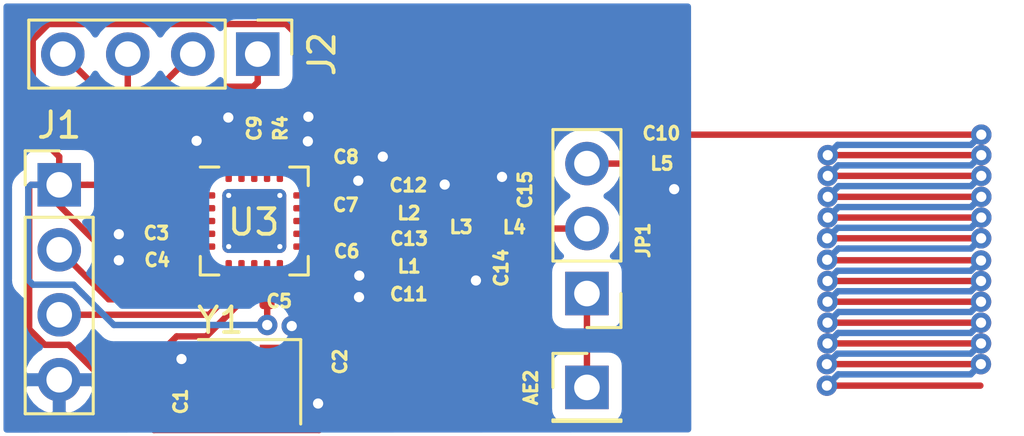
<source format=kicad_pcb>
(kicad_pcb (version 20171130) (host pcbnew "(5.1.5)-3")

  (general
    (thickness 1.6)
    (drawings 5)
    (tracks 300)
    (zones 0)
    (modules 27)
    (nets 21)
  )

  (page A4)
  (layers
    (0 F.Cu signal)
    (31 B.Cu signal)
    (32 B.Adhes user)
    (33 F.Adhes user)
    (34 B.Paste user)
    (35 F.Paste user)
    (36 B.SilkS user)
    (37 F.SilkS user)
    (38 B.Mask user)
    (39 F.Mask user)
    (40 Dwgs.User user)
    (41 Cmts.User user)
    (42 Eco1.User user)
    (43 Eco2.User user)
    (44 Edge.Cuts user)
    (45 Margin user)
    (46 B.CrtYd user)
    (47 F.CrtYd user)
    (48 B.Fab user)
    (49 F.Fab user hide)
  )

  (setup
    (last_trace_width 0.25)
    (trace_clearance 0.2)
    (zone_clearance 0.508)
    (zone_45_only no)
    (trace_min 0.2)
    (via_size 0.8)
    (via_drill 0.4)
    (via_min_size 0.4)
    (via_min_drill 0.3)
    (uvia_size 0.3)
    (uvia_drill 0.1)
    (uvias_allowed no)
    (uvia_min_size 0.2)
    (uvia_min_drill 0.1)
    (edge_width 0.05)
    (segment_width 0.2)
    (pcb_text_width 0.3)
    (pcb_text_size 1.5 1.5)
    (mod_edge_width 0.12)
    (mod_text_size 1 1)
    (mod_text_width 0.15)
    (pad_size 1.7 1.7)
    (pad_drill 1)
    (pad_to_mask_clearance 0.051)
    (solder_mask_min_width 0.25)
    (aux_axis_origin 0 0)
    (visible_elements 7FFFFFFF)
    (pcbplotparams
      (layerselection 0x010fc_ffffffff)
      (usegerberextensions false)
      (usegerberattributes false)
      (usegerberadvancedattributes false)
      (creategerberjobfile false)
      (excludeedgelayer true)
      (linewidth 0.100000)
      (plotframeref false)
      (viasonmask false)
      (mode 1)
      (useauxorigin false)
      (hpglpennumber 1)
      (hpglpenspeed 20)
      (hpglpendiameter 15.000000)
      (psnegative false)
      (psa4output false)
      (plotreference true)
      (plotvalue true)
      (plotinvisibletext false)
      (padsonsilk false)
      (subtractmaskfromsilk false)
      (outputformat 1)
      (mirror false)
      (drillshape 1)
      (scaleselection 1)
      (outputdirectory ""))
  )

  (net 0 "")
  (net 1 "Net-(AE1-Pad1)")
  (net 2 GND)
  (net 3 /Q1)
  (net 4 /Q2)
  (net 5 +3V3)
  (net 6 "Net-(C10-Pad2)")
  (net 7 "Net-(C11-Pad1)")
  (net 8 /RF2)
  (net 9 "Net-(C13-Pad1)")
  (net 10 /RF1)
  (net 11 "Net-(C14-Pad1)")
  (net 12 /CSn)
  (net 13 /GDO0)
  (net 14 /GDO2)
  (net 15 /MISO)
  (net 16 /SCLK)
  (net 17 /MOSI)
  (net 18 "Net-(R4-Pad1)")
  (net 19 "Net-(C15-Pad1)")
  (net 20 "Net-(AE2-Pad1)")

  (net_class Default "This is the default net class."
    (clearance 0.2)
    (trace_width 0.25)
    (via_dia 0.8)
    (via_drill 0.4)
    (uvia_dia 0.3)
    (uvia_drill 0.1)
    (add_net +3V3)
    (add_net /CSn)
    (add_net /GDO0)
    (add_net /GDO2)
    (add_net /MISO)
    (add_net /MOSI)
    (add_net /Q1)
    (add_net /Q2)
    (add_net /RF1)
    (add_net /RF2)
    (add_net /SCLK)
    (add_net GND)
    (add_net "Net-(AE1-Pad1)")
    (add_net "Net-(AE2-Pad1)")
    (add_net "Net-(C10-Pad2)")
    (add_net "Net-(C11-Pad1)")
    (add_net "Net-(C13-Pad1)")
    (add_net "Net-(C14-Pad1)")
    (add_net "Net-(C15-Pad1)")
    (add_net "Net-(R4-Pad1)")
  )

  (module Inductor_SMD:L_0402_1005Metric (layer F.Cu) (tedit 5B301BBE) (tstamp 5FDE0A04)
    (at 158.13 95.19)
    (descr "Inductor SMD 0402 (1005 Metric), square (rectangular) end terminal, IPC_7351 nominal, (Body size source: http://www.tortai-tech.com/upload/download/2011102023233369053.pdf), generated with kicad-footprint-generator")
    (tags inductor)
    (path /5FDE9ACA)
    (attr smd)
    (fp_text reference L5 (at 0 0 180) (layer F.SilkS)
      (effects (font (size 0.5 0.5) (thickness 0.125)))
    )
    (fp_text value 0.56uH (at 0 1.17) (layer F.Fab)
      (effects (font (size 1 1) (thickness 0.15)))
    )
    (fp_text user %R (at 0 0) (layer F.Fab)
      (effects (font (size 0.25 0.25) (thickness 0.04)))
    )
    (fp_line (start 0.93 0.47) (end -0.93 0.47) (layer F.CrtYd) (width 0.05))
    (fp_line (start 0.93 -0.47) (end 0.93 0.47) (layer F.CrtYd) (width 0.05))
    (fp_line (start -0.93 -0.47) (end 0.93 -0.47) (layer F.CrtYd) (width 0.05))
    (fp_line (start -0.93 0.47) (end -0.93 -0.47) (layer F.CrtYd) (width 0.05))
    (fp_line (start 0.5 0.25) (end -0.5 0.25) (layer F.Fab) (width 0.1))
    (fp_line (start 0.5 -0.25) (end 0.5 0.25) (layer F.Fab) (width 0.1))
    (fp_line (start -0.5 -0.25) (end 0.5 -0.25) (layer F.Fab) (width 0.1))
    (fp_line (start -0.5 0.25) (end -0.5 -0.25) (layer F.Fab) (width 0.1))
    (pad 2 smd roundrect (at 0.485 0) (size 0.59 0.64) (layers F.Cu F.Paste F.Mask) (roundrect_rratio 0.25)
      (net 2 GND))
    (pad 1 smd roundrect (at -0.485 0) (size 0.59 0.64) (layers F.Cu F.Paste F.Mask) (roundrect_rratio 0.25)
      (net 6 "Net-(C10-Pad2)"))
    (model ${KISYS3DMOD}/Inductor_SMD.3dshapes/L_0402_1005Metric.wrl
      (at (xyz 0 0 0))
      (scale (xyz 1 1 1))
      (rotate (xyz 0 0 0))
    )
  )

  (module Connector_PinHeader_2.54mm:PinHeader_1x01_P2.54mm_Vertical (layer F.Cu) (tedit 59FED5CC) (tstamp 5FDE28DD)
    (at 155.2 103.94)
    (descr "Through hole straight pin header, 1x01, 2.54mm pitch, single row")
    (tags "Through hole pin header THT 1x01 2.54mm single row")
    (path /5FDF2F0C)
    (fp_text reference AE2 (at -2.19 0 90) (layer F.SilkS)
      (effects (font (size 0.5 0.5) (thickness 0.125)))
    )
    (fp_text value Antenna (at 0 2.33) (layer F.Fab)
      (effects (font (size 1 1) (thickness 0.15)))
    )
    (fp_text user %R (at 0 0 90) (layer F.Fab)
      (effects (font (size 1 1) (thickness 0.15)))
    )
    (fp_line (start 1.8 -1.8) (end -1.8 -1.8) (layer F.CrtYd) (width 0.05))
    (fp_line (start 1.8 1.8) (end 1.8 -1.8) (layer F.CrtYd) (width 0.05))
    (fp_line (start -1.8 1.8) (end 1.8 1.8) (layer F.CrtYd) (width 0.05))
    (fp_line (start -1.8 -1.8) (end -1.8 1.8) (layer F.CrtYd) (width 0.05))
    (fp_line (start -1.33 -1.33) (end 0 -1.33) (layer F.SilkS) (width 0.12))
    (fp_line (start -1.33 0) (end -1.33 -1.33) (layer F.SilkS) (width 0.12))
    (fp_line (start -1.33 1.27) (end 1.33 1.27) (layer F.SilkS) (width 0.12))
    (fp_line (start 1.33 1.27) (end 1.33 1.33) (layer F.SilkS) (width 0.12))
    (fp_line (start -1.33 1.27) (end -1.33 1.33) (layer F.SilkS) (width 0.12))
    (fp_line (start -1.33 1.33) (end 1.33 1.33) (layer F.SilkS) (width 0.12))
    (fp_line (start -1.27 -0.635) (end -0.635 -1.27) (layer F.Fab) (width 0.1))
    (fp_line (start -1.27 1.27) (end -1.27 -0.635) (layer F.Fab) (width 0.1))
    (fp_line (start 1.27 1.27) (end -1.27 1.27) (layer F.Fab) (width 0.1))
    (fp_line (start 1.27 -1.27) (end 1.27 1.27) (layer F.Fab) (width 0.1))
    (fp_line (start -0.635 -1.27) (end 1.27 -1.27) (layer F.Fab) (width 0.1))
    (pad 1 thru_hole rect (at 0 0) (size 1.7 1.7) (drill 1) (layers *.Cu *.Mask)
      (net 20 "Net-(AE2-Pad1)"))
    (model ${KISYS3DMOD}/Connector_PinHeader_2.54mm.3dshapes/PinHeader_1x01_P2.54mm_Vertical.wrl
      (at (xyz 0 0 0))
      (scale (xyz 1 1 1))
      (rotate (xyz 0 0 0))
    )
  )

  (module Connector_PinHeader_2.54mm:PinHeader_1x04_P2.54mm_Vertical (layer F.Cu) (tedit 59FED5CC) (tstamp 5FDE096E)
    (at 142.33 90.91 270)
    (descr "Through hole straight pin header, 1x04, 2.54mm pitch, single row")
    (tags "Through hole pin header THT 1x04 2.54mm single row")
    (path /5FE187BA)
    (fp_text reference J2 (at 0 -2.51 90) (layer F.SilkS)
      (effects (font (size 1 1) (thickness 0.15)))
    )
    (fp_text value Conn_01x04 (at 0 9.95 90) (layer F.Fab)
      (effects (font (size 1 1) (thickness 0.15)))
    )
    (fp_text user %R (at 0 3.81) (layer F.Fab)
      (effects (font (size 1 1) (thickness 0.15)))
    )
    (fp_line (start 1.8 -1.8) (end -1.8 -1.8) (layer F.CrtYd) (width 0.05))
    (fp_line (start 1.8 9.4) (end 1.8 -1.8) (layer F.CrtYd) (width 0.05))
    (fp_line (start -1.8 9.4) (end 1.8 9.4) (layer F.CrtYd) (width 0.05))
    (fp_line (start -1.8 -1.8) (end -1.8 9.4) (layer F.CrtYd) (width 0.05))
    (fp_line (start -1.33 -1.33) (end 0 -1.33) (layer F.SilkS) (width 0.12))
    (fp_line (start -1.33 0) (end -1.33 -1.33) (layer F.SilkS) (width 0.12))
    (fp_line (start -1.33 1.27) (end 1.33 1.27) (layer F.SilkS) (width 0.12))
    (fp_line (start 1.33 1.27) (end 1.33 8.95) (layer F.SilkS) (width 0.12))
    (fp_line (start -1.33 1.27) (end -1.33 8.95) (layer F.SilkS) (width 0.12))
    (fp_line (start -1.33 8.95) (end 1.33 8.95) (layer F.SilkS) (width 0.12))
    (fp_line (start -1.27 -0.635) (end -0.635 -1.27) (layer F.Fab) (width 0.1))
    (fp_line (start -1.27 8.89) (end -1.27 -0.635) (layer F.Fab) (width 0.1))
    (fp_line (start 1.27 8.89) (end -1.27 8.89) (layer F.Fab) (width 0.1))
    (fp_line (start 1.27 -1.27) (end 1.27 8.89) (layer F.Fab) (width 0.1))
    (fp_line (start -0.635 -1.27) (end 1.27 -1.27) (layer F.Fab) (width 0.1))
    (pad 4 thru_hole oval (at 0 7.62 270) (size 1.7 1.7) (drill 1) (layers *.Cu *.Mask)
      (net 14 /GDO2))
    (pad 3 thru_hole oval (at 0 5.08 270) (size 1.7 1.7) (drill 1) (layers *.Cu *.Mask)
      (net 15 /MISO))
    (pad 2 thru_hole oval (at 0 2.54 270) (size 1.7 1.7) (drill 1) (layers *.Cu *.Mask)
      (net 16 /SCLK))
    (pad 1 thru_hole rect (at 0 0 270) (size 1.7 1.7) (drill 1) (layers *.Cu *.Mask)
      (net 17 /MOSI))
    (model ${KISYS3DMOD}/Connector_PinHeader_2.54mm.3dshapes/PinHeader_1x04_P2.54mm_Vertical.wrl
      (at (xyz 0 0 0))
      (scale (xyz 1 1 1))
      (rotate (xyz 0 0 0))
    )
  )

  (module Connector_PinHeader_2.54mm:PinHeader_1x03_P2.54mm_Vertical (layer F.Cu) (tedit 5FDDDF70) (tstamp 5FE1852F)
    (at 155.2 100.27 180)
    (descr "Through hole straight pin header, 1x03, 2.54mm pitch, single row")
    (tags "Through hole pin header THT 1x03 2.54mm single row")
    (path /5FDDD4C1)
    (fp_text reference JP1 (at -2.2 2.08 90) (layer F.SilkS)
      (effects (font (size 0.5 0.5) (thickness 0.125)))
    )
    (fp_text value Jumper_3_Open (at 0 7.41) (layer F.Fab)
      (effects (font (size 1 1) (thickness 0.15)))
    )
    (fp_text user %R (at 0 2.54 90) (layer F.Fab)
      (effects (font (size 1 1) (thickness 0.15)))
    )
    (fp_line (start 1.8 -1.8) (end -1.8 -1.8) (layer F.CrtYd) (width 0.05))
    (fp_line (start 1.8 6.85) (end 1.8 -1.8) (layer F.CrtYd) (width 0.05))
    (fp_line (start -1.8 6.85) (end 1.8 6.85) (layer F.CrtYd) (width 0.05))
    (fp_line (start -1.8 -1.8) (end -1.8 6.85) (layer F.CrtYd) (width 0.05))
    (fp_line (start -1.33 -1.33) (end 0 -1.33) (layer F.SilkS) (width 0.12))
    (fp_line (start -1.33 0) (end -1.33 -1.33) (layer F.SilkS) (width 0.12))
    (fp_line (start -1.33 1.27) (end 1.33 1.27) (layer F.SilkS) (width 0.12))
    (fp_line (start 1.33 1.27) (end 1.33 6.41) (layer F.SilkS) (width 0.12))
    (fp_line (start -1.33 1.27) (end -1.33 6.41) (layer F.SilkS) (width 0.12))
    (fp_line (start -1.33 6.41) (end 1.33 6.41) (layer F.SilkS) (width 0.12))
    (fp_line (start -1.27 -0.635) (end -0.635 -1.27) (layer F.Fab) (width 0.1))
    (fp_line (start -1.27 6.35) (end -1.27 -0.635) (layer F.Fab) (width 0.1))
    (fp_line (start 1.27 6.35) (end -1.27 6.35) (layer F.Fab) (width 0.1))
    (fp_line (start 1.27 -1.27) (end 1.27 6.35) (layer F.Fab) (width 0.1))
    (fp_line (start -0.635 -1.27) (end 1.27 -1.27) (layer F.Fab) (width 0.1))
    (pad 3 thru_hole oval (at 0 5.08 180) (size 1.7 1.7) (drill 1) (layers *.Cu *.Mask)
      (net 6 "Net-(C10-Pad2)"))
    (pad 2 thru_hole oval (at 0 2.54 180) (size 1.7 1.7) (drill 1) (layers *.Cu *.Mask)
      (net 19 "Net-(C15-Pad1)"))
    (pad 1 thru_hole rect (at 0 0 180) (size 1.7 1.7) (drill 1) (layers *.Cu *.Mask)
      (net 20 "Net-(AE2-Pad1)"))
    (model ${KISYS3DMOD}/Connector_PinHeader_2.54mm.3dshapes/PinHeader_1x03_P2.54mm_Vertical.wrl
      (at (xyz 0 0 0))
      (scale (xyz 1 1 1))
      (rotate (xyz 0 0 0))
    )
  )

  (module Connector_PinHeader_2.54mm:PinHeader_1x04_P2.54mm_Vertical (layer F.Cu) (tedit 59FED5CC) (tstamp 5FDD98B7)
    (at 134.57 96.02)
    (descr "Through hole straight pin header, 1x04, 2.54mm pitch, single row")
    (tags "Through hole pin header THT 1x04 2.54mm single row")
    (path /5FE16C47)
    (fp_text reference J1 (at 0 -2.33) (layer F.SilkS)
      (effects (font (size 1 1) (thickness 0.15)))
    )
    (fp_text value Conn_01x04 (at 0 9.95) (layer F.Fab)
      (effects (font (size 1 1) (thickness 0.15)))
    )
    (fp_text user %R (at 0 3.81 90) (layer F.Fab)
      (effects (font (size 1 1) (thickness 0.15)))
    )
    (fp_line (start 1.8 -1.8) (end -1.8 -1.8) (layer F.CrtYd) (width 0.05))
    (fp_line (start 1.8 9.4) (end 1.8 -1.8) (layer F.CrtYd) (width 0.05))
    (fp_line (start -1.8 9.4) (end 1.8 9.4) (layer F.CrtYd) (width 0.05))
    (fp_line (start -1.8 -1.8) (end -1.8 9.4) (layer F.CrtYd) (width 0.05))
    (fp_line (start -1.33 -1.33) (end 0 -1.33) (layer F.SilkS) (width 0.12))
    (fp_line (start -1.33 0) (end -1.33 -1.33) (layer F.SilkS) (width 0.12))
    (fp_line (start -1.33 1.27) (end 1.33 1.27) (layer F.SilkS) (width 0.12))
    (fp_line (start 1.33 1.27) (end 1.33 8.95) (layer F.SilkS) (width 0.12))
    (fp_line (start -1.33 1.27) (end -1.33 8.95) (layer F.SilkS) (width 0.12))
    (fp_line (start -1.33 8.95) (end 1.33 8.95) (layer F.SilkS) (width 0.12))
    (fp_line (start -1.27 -0.635) (end -0.635 -1.27) (layer F.Fab) (width 0.1))
    (fp_line (start -1.27 8.89) (end -1.27 -0.635) (layer F.Fab) (width 0.1))
    (fp_line (start 1.27 8.89) (end -1.27 8.89) (layer F.Fab) (width 0.1))
    (fp_line (start 1.27 -1.27) (end 1.27 8.89) (layer F.Fab) (width 0.1))
    (fp_line (start -0.635 -1.27) (end 1.27 -1.27) (layer F.Fab) (width 0.1))
    (pad 4 thru_hole oval (at 0 7.62) (size 1.7 1.7) (drill 1) (layers *.Cu *.Mask)
      (net 2 GND))
    (pad 3 thru_hole oval (at 0 5.08) (size 1.7 1.7) (drill 1) (layers *.Cu *.Mask)
      (net 12 /CSn))
    (pad 2 thru_hole oval (at 0 2.54) (size 1.7 1.7) (drill 1) (layers *.Cu *.Mask)
      (net 13 /GDO0))
    (pad 1 thru_hole rect (at 0 0) (size 1.7 1.7) (drill 1) (layers *.Cu *.Mask)
      (net 5 +3V3))
    (model ${KISYS3DMOD}/Connector_PinHeader_2.54mm.3dshapes/PinHeader_1x04_P2.54mm_Vertical.wrl
      (at (xyz 0 0 0))
      (scale (xyz 1 1 1))
      (rotate (xyz 0 0 0))
    )
  )

  (module Crystal:Crystal_SMD_3225-4Pin_3.2x2.5mm (layer F.Cu) (tedit 5A0FD1B2) (tstamp 5FDE2B77)
    (at 142.01 103.72 180)
    (descr "SMD Crystal SERIES SMD3225/4 http://www.txccrystal.com/images/pdf/7m-accuracy.pdf, 3.2x2.5mm^2 package")
    (tags "SMD SMT crystal")
    (path /5FD6EE36)
    (attr smd)
    (fp_text reference Y1 (at 1.14 2.4) (layer F.SilkS)
      (effects (font (size 1 1) (thickness 0.15)))
    )
    (fp_text value 26MHz (at 0 2.45) (layer F.Fab)
      (effects (font (size 1 1) (thickness 0.15)))
    )
    (fp_line (start 2.1 -1.7) (end -2.1 -1.7) (layer F.CrtYd) (width 0.05))
    (fp_line (start 2.1 1.7) (end 2.1 -1.7) (layer F.CrtYd) (width 0.05))
    (fp_line (start -2.1 1.7) (end 2.1 1.7) (layer F.CrtYd) (width 0.05))
    (fp_line (start -2.1 -1.7) (end -2.1 1.7) (layer F.CrtYd) (width 0.05))
    (fp_line (start -2 1.65) (end 2 1.65) (layer F.SilkS) (width 0.12))
    (fp_line (start -2 -1.65) (end -2 1.65) (layer F.SilkS) (width 0.12))
    (fp_line (start -1.6 0.25) (end -0.6 1.25) (layer F.Fab) (width 0.1))
    (fp_line (start 1.6 -1.25) (end -1.6 -1.25) (layer F.Fab) (width 0.1))
    (fp_line (start 1.6 1.25) (end 1.6 -1.25) (layer F.Fab) (width 0.1))
    (fp_line (start -1.6 1.25) (end 1.6 1.25) (layer F.Fab) (width 0.1))
    (fp_line (start -1.6 -1.25) (end -1.6 1.25) (layer F.Fab) (width 0.1))
    (fp_text user %R (at 0 0) (layer F.Fab)
      (effects (font (size 0.7 0.7) (thickness 0.105)))
    )
    (pad 4 smd rect (at -1.1 -0.85 180) (size 1.4 1.2) (layers F.Cu F.Paste F.Mask)
      (net 2 GND))
    (pad 3 smd rect (at 1.1 -0.85 180) (size 1.4 1.2) (layers F.Cu F.Paste F.Mask)
      (net 3 /Q1))
    (pad 2 smd rect (at 1.1 0.85 180) (size 1.4 1.2) (layers F.Cu F.Paste F.Mask)
      (net 2 GND))
    (pad 1 smd rect (at -1.1 0.85 180) (size 1.4 1.2) (layers F.Cu F.Paste F.Mask)
      (net 4 /Q2))
    (model ${KISYS3DMOD}/Crystal.3dshapes/Crystal_SMD_3225-4Pin_3.2x2.5mm.wrl
      (at (xyz 0 0 0))
      (scale (xyz 1 1 1))
      (rotate (xyz 0 0 0))
    )
  )

  (module Capacitor_SMD:C_0402_1005Metric (layer F.Cu) (tedit 5B301BBE) (tstamp 5FD99AD4)
    (at 143.18 100.56)
    (descr "Capacitor SMD 0402 (1005 Metric), square (rectangular) end terminal, IPC_7351 nominal, (Body size source: http://www.tortai-tech.com/upload/download/2011102023233369053.pdf), generated with kicad-footprint-generator")
    (tags capacitor)
    (path /5FDF30D3)
    (attr smd)
    (fp_text reference C5 (at -0.01 0.01) (layer F.SilkS)
      (effects (font (size 0.5 0.5) (thickness 0.125)))
    )
    (fp_text value 0.1uF (at 0 1.17) (layer F.Fab)
      (effects (font (size 1 1) (thickness 0.15)))
    )
    (fp_text user %R (at 0 0) (layer F.Fab)
      (effects (font (size 0.25 0.25) (thickness 0.04)))
    )
    (fp_line (start 0.93 0.47) (end -0.93 0.47) (layer F.CrtYd) (width 0.05))
    (fp_line (start 0.93 -0.47) (end 0.93 0.47) (layer F.CrtYd) (width 0.05))
    (fp_line (start -0.93 -0.47) (end 0.93 -0.47) (layer F.CrtYd) (width 0.05))
    (fp_line (start -0.93 0.47) (end -0.93 -0.47) (layer F.CrtYd) (width 0.05))
    (fp_line (start 0.5 0.25) (end -0.5 0.25) (layer F.Fab) (width 0.1))
    (fp_line (start 0.5 -0.25) (end 0.5 0.25) (layer F.Fab) (width 0.1))
    (fp_line (start -0.5 -0.25) (end 0.5 -0.25) (layer F.Fab) (width 0.1))
    (fp_line (start -0.5 0.25) (end -0.5 -0.25) (layer F.Fab) (width 0.1))
    (pad 2 smd roundrect (at 0.485 0) (size 0.59 0.64) (layers F.Cu F.Paste F.Mask) (roundrect_rratio 0.25)
      (net 2 GND))
    (pad 1 smd roundrect (at -0.485 0) (size 0.59 0.64) (layers F.Cu F.Paste F.Mask) (roundrect_rratio 0.25)
      (net 5 +3V3))
    (model ${KISYS3DMOD}/Capacitor_SMD.3dshapes/C_0402_1005Metric.wrl
      (at (xyz 0 0 0))
      (scale (xyz 1 1 1))
      (rotate (xyz 0 0 0))
    )
  )

  (module Capacitor_SMD:C_0402_1005Metric (layer F.Cu) (tedit 5B301BBE) (tstamp 5FDE2B1E)
    (at 139.35 104.5 90)
    (descr "Capacitor SMD 0402 (1005 Metric), square (rectangular) end terminal, IPC_7351 nominal, (Body size source: http://www.tortai-tech.com/upload/download/2011102023233369053.pdf), generated with kicad-footprint-generator")
    (tags capacitor)
    (path /5FE61126)
    (attr smd)
    (fp_text reference C1 (at 0.01 -0.03 90) (layer F.SilkS)
      (effects (font (size 0.5 0.5) (thickness 0.125)))
    )
    (fp_text value 22uF (at 0 1.17 90) (layer F.Fab)
      (effects (font (size 1 1) (thickness 0.15)))
    )
    (fp_text user %R (at 0 0 90) (layer F.Fab)
      (effects (font (size 0.25 0.25) (thickness 0.04)))
    )
    (fp_line (start 0.93 0.47) (end -0.93 0.47) (layer F.CrtYd) (width 0.05))
    (fp_line (start 0.93 -0.47) (end 0.93 0.47) (layer F.CrtYd) (width 0.05))
    (fp_line (start -0.93 -0.47) (end 0.93 -0.47) (layer F.CrtYd) (width 0.05))
    (fp_line (start -0.93 0.47) (end -0.93 -0.47) (layer F.CrtYd) (width 0.05))
    (fp_line (start 0.5 0.25) (end -0.5 0.25) (layer F.Fab) (width 0.1))
    (fp_line (start 0.5 -0.25) (end 0.5 0.25) (layer F.Fab) (width 0.1))
    (fp_line (start -0.5 -0.25) (end 0.5 -0.25) (layer F.Fab) (width 0.1))
    (fp_line (start -0.5 0.25) (end -0.5 -0.25) (layer F.Fab) (width 0.1))
    (pad 2 smd roundrect (at 0.485 0 90) (size 0.59 0.64) (layers F.Cu F.Paste F.Mask) (roundrect_rratio 0.25)
      (net 2 GND))
    (pad 1 smd roundrect (at -0.485 0 90) (size 0.59 0.64) (layers F.Cu F.Paste F.Mask) (roundrect_rratio 0.25)
      (net 3 /Q1))
    (model ${KISYS3DMOD}/Capacitor_SMD.3dshapes/C_0402_1005Metric.wrl
      (at (xyz 0 0 0))
      (scale (xyz 1 1 1))
      (rotate (xyz 0 0 0))
    )
  )

  (module Capacitor_SMD:C_0402_1005Metric (layer F.Cu) (tedit 5B301BBE) (tstamp 5FDE2B48)
    (at 144.69 102.94 270)
    (descr "Capacitor SMD 0402 (1005 Metric), square (rectangular) end terminal, IPC_7351 nominal, (Body size source: http://www.tortai-tech.com/upload/download/2011102023233369053.pdf), generated with kicad-footprint-generator")
    (tags capacitor)
    (path /5FE618EF)
    (attr smd)
    (fp_text reference C2 (at -0.01 -0.86 90) (layer F.SilkS)
      (effects (font (size 0.5 0.5) (thickness 0.125)))
    )
    (fp_text value 27uF (at 0 1.17 90) (layer F.Fab)
      (effects (font (size 1 1) (thickness 0.15)))
    )
    (fp_line (start -0.5 0.25) (end -0.5 -0.25) (layer F.Fab) (width 0.1))
    (fp_line (start -0.5 -0.25) (end 0.5 -0.25) (layer F.Fab) (width 0.1))
    (fp_line (start 0.5 -0.25) (end 0.5 0.25) (layer F.Fab) (width 0.1))
    (fp_line (start 0.5 0.25) (end -0.5 0.25) (layer F.Fab) (width 0.1))
    (fp_line (start -0.93 0.47) (end -0.93 -0.47) (layer F.CrtYd) (width 0.05))
    (fp_line (start -0.93 -0.47) (end 0.93 -0.47) (layer F.CrtYd) (width 0.05))
    (fp_line (start 0.93 -0.47) (end 0.93 0.47) (layer F.CrtYd) (width 0.05))
    (fp_line (start 0.93 0.47) (end -0.93 0.47) (layer F.CrtYd) (width 0.05))
    (fp_text user %R (at 0 0 90) (layer F.Fab)
      (effects (font (size 0.25 0.25) (thickness 0.04)))
    )
    (pad 1 smd roundrect (at -0.485 0 270) (size 0.59 0.64) (layers F.Cu F.Paste F.Mask) (roundrect_rratio 0.25)
      (net 4 /Q2))
    (pad 2 smd roundrect (at 0.485 0 270) (size 0.59 0.64) (layers F.Cu F.Paste F.Mask) (roundrect_rratio 0.25)
      (net 2 GND))
    (model ${KISYS3DMOD}/Capacitor_SMD.3dshapes/C_0402_1005Metric.wrl
      (at (xyz 0 0 0))
      (scale (xyz 1 1 1))
      (rotate (xyz 0 0 0))
    )
  )

  (module Capacitor_SMD:C_0402_1005Metric (layer F.Cu) (tedit 5B301BBE) (tstamp 5FDE0E93)
    (at 138.38 97.94 180)
    (descr "Capacitor SMD 0402 (1005 Metric), square (rectangular) end terminal, IPC_7351 nominal, (Body size source: http://www.tortai-tech.com/upload/download/2011102023233369053.pdf), generated with kicad-footprint-generator")
    (tags capacitor)
    (path /5FDF30A9)
    (attr smd)
    (fp_text reference C3 (at 0.01 0.03) (layer F.SilkS)
      (effects (font (size 0.5 0.5) (thickness 0.125)))
    )
    (fp_text value 0.1uF (at 0 1.17) (layer F.Fab)
      (effects (font (size 1 1) (thickness 0.15)))
    )
    (fp_text user %R (at 0 0) (layer F.Fab)
      (effects (font (size 0.25 0.25) (thickness 0.04)))
    )
    (fp_line (start 0.93 0.47) (end -0.93 0.47) (layer F.CrtYd) (width 0.05))
    (fp_line (start 0.93 -0.47) (end 0.93 0.47) (layer F.CrtYd) (width 0.05))
    (fp_line (start -0.93 -0.47) (end 0.93 -0.47) (layer F.CrtYd) (width 0.05))
    (fp_line (start -0.93 0.47) (end -0.93 -0.47) (layer F.CrtYd) (width 0.05))
    (fp_line (start 0.5 0.25) (end -0.5 0.25) (layer F.Fab) (width 0.1))
    (fp_line (start 0.5 -0.25) (end 0.5 0.25) (layer F.Fab) (width 0.1))
    (fp_line (start -0.5 -0.25) (end 0.5 -0.25) (layer F.Fab) (width 0.1))
    (fp_line (start -0.5 0.25) (end -0.5 -0.25) (layer F.Fab) (width 0.1))
    (pad 2 smd roundrect (at 0.485 0 180) (size 0.59 0.64) (layers F.Cu F.Paste F.Mask) (roundrect_rratio 0.25)
      (net 2 GND))
    (pad 1 smd roundrect (at -0.485 0 180) (size 0.59 0.64) (layers F.Cu F.Paste F.Mask) (roundrect_rratio 0.25)
      (net 5 +3V3))
    (model ${KISYS3DMOD}/Capacitor_SMD.3dshapes/C_0402_1005Metric.wrl
      (at (xyz 0 0 0))
      (scale (xyz 1 1 1))
      (rotate (xyz 0 0 0))
    )
  )

  (module Capacitor_SMD:C_0402_1005Metric (layer F.Cu) (tedit 5B301BBE) (tstamp 5FDE0E69)
    (at 138.39 98.96 180)
    (descr "Capacitor SMD 0402 (1005 Metric), square (rectangular) end terminal, IPC_7351 nominal, (Body size source: http://www.tortai-tech.com/upload/download/2011102023233369053.pdf), generated with kicad-footprint-generator")
    (tags capacitor)
    (path /5FDF30BE)
    (attr smd)
    (fp_text reference C4 (at -0.01 0) (layer F.SilkS)
      (effects (font (size 0.5 0.5) (thickness 0.125)))
    )
    (fp_text value 0.1uF (at 0 1.17) (layer F.Fab)
      (effects (font (size 1 1) (thickness 0.15)))
    )
    (fp_line (start -0.5 0.25) (end -0.5 -0.25) (layer F.Fab) (width 0.1))
    (fp_line (start -0.5 -0.25) (end 0.5 -0.25) (layer F.Fab) (width 0.1))
    (fp_line (start 0.5 -0.25) (end 0.5 0.25) (layer F.Fab) (width 0.1))
    (fp_line (start 0.5 0.25) (end -0.5 0.25) (layer F.Fab) (width 0.1))
    (fp_line (start -0.93 0.47) (end -0.93 -0.47) (layer F.CrtYd) (width 0.05))
    (fp_line (start -0.93 -0.47) (end 0.93 -0.47) (layer F.CrtYd) (width 0.05))
    (fp_line (start 0.93 -0.47) (end 0.93 0.47) (layer F.CrtYd) (width 0.05))
    (fp_line (start 0.93 0.47) (end -0.93 0.47) (layer F.CrtYd) (width 0.05))
    (fp_text user %R (at 0 0) (layer F.Fab)
      (effects (font (size 0.25 0.25) (thickness 0.04)))
    )
    (pad 1 smd roundrect (at -0.485 0 180) (size 0.59 0.64) (layers F.Cu F.Paste F.Mask) (roundrect_rratio 0.25)
      (net 5 +3V3))
    (pad 2 smd roundrect (at 0.485 0 180) (size 0.59 0.64) (layers F.Cu F.Paste F.Mask) (roundrect_rratio 0.25)
      (net 2 GND))
    (model ${KISYS3DMOD}/Capacitor_SMD.3dshapes/C_0402_1005Metric.wrl
      (at (xyz 0 0 0))
      (scale (xyz 1 1 1))
      (rotate (xyz 0 0 0))
    )
  )

  (module Capacitor_SMD:C_0402_1005Metric (layer F.Cu) (tedit 5B301BBE) (tstamp 5FD990C5)
    (at 145.81 98.63)
    (descr "Capacitor SMD 0402 (1005 Metric), square (rectangular) end terminal, IPC_7351 nominal, (Body size source: http://www.tortai-tech.com/upload/download/2011102023233369053.pdf), generated with kicad-footprint-generator")
    (tags capacitor)
    (path /5FDF30E8)
    (attr smd)
    (fp_text reference C6 (at 0 -0.01) (layer F.SilkS)
      (effects (font (size 0.5 0.5) (thickness 0.125)))
    )
    (fp_text value 0.1uF (at 0 1.17) (layer F.Fab)
      (effects (font (size 1 1) (thickness 0.15)))
    )
    (fp_line (start -0.5 0.25) (end -0.5 -0.25) (layer F.Fab) (width 0.1))
    (fp_line (start -0.5 -0.25) (end 0.5 -0.25) (layer F.Fab) (width 0.1))
    (fp_line (start 0.5 -0.25) (end 0.5 0.25) (layer F.Fab) (width 0.1))
    (fp_line (start 0.5 0.25) (end -0.5 0.25) (layer F.Fab) (width 0.1))
    (fp_line (start -0.93 0.47) (end -0.93 -0.47) (layer F.CrtYd) (width 0.05))
    (fp_line (start -0.93 -0.47) (end 0.93 -0.47) (layer F.CrtYd) (width 0.05))
    (fp_line (start 0.93 -0.47) (end 0.93 0.47) (layer F.CrtYd) (width 0.05))
    (fp_line (start 0.93 0.47) (end -0.93 0.47) (layer F.CrtYd) (width 0.05))
    (fp_text user %R (at 0 0) (layer F.Fab)
      (effects (font (size 0.25 0.25) (thickness 0.04)))
    )
    (pad 1 smd roundrect (at -0.485 0) (size 0.59 0.64) (layers F.Cu F.Paste F.Mask) (roundrect_rratio 0.25)
      (net 5 +3V3))
    (pad 2 smd roundrect (at 0.485 0) (size 0.59 0.64) (layers F.Cu F.Paste F.Mask) (roundrect_rratio 0.25)
      (net 2 GND))
    (model ${KISYS3DMOD}/Capacitor_SMD.3dshapes/C_0402_1005Metric.wrl
      (at (xyz 0 0 0))
      (scale (xyz 1 1 1))
      (rotate (xyz 0 0 0))
    )
  )

  (module Capacitor_SMD:C_0402_1005Metric (layer F.Cu) (tedit 5B301BBE) (tstamp 5FE05110)
    (at 145.78 96.81)
    (descr "Capacitor SMD 0402 (1005 Metric), square (rectangular) end terminal, IPC_7351 nominal, (Body size source: http://www.tortai-tech.com/upload/download/2011102023233369053.pdf), generated with kicad-footprint-generator")
    (tags capacitor)
    (path /5FD4EB93)
    (attr smd)
    (fp_text reference C7 (at -0.01 0) (layer F.SilkS)
      (effects (font (size 0.5 0.5) (thickness 0.125)))
    )
    (fp_text value 0.1uF (at 0 1.17) (layer F.Fab)
      (effects (font (size 1 1) (thickness 0.15)))
    )
    (fp_line (start -0.5 0.25) (end -0.5 -0.25) (layer F.Fab) (width 0.1))
    (fp_line (start -0.5 -0.25) (end 0.5 -0.25) (layer F.Fab) (width 0.1))
    (fp_line (start 0.5 -0.25) (end 0.5 0.25) (layer F.Fab) (width 0.1))
    (fp_line (start 0.5 0.25) (end -0.5 0.25) (layer F.Fab) (width 0.1))
    (fp_line (start -0.93 0.47) (end -0.93 -0.47) (layer F.CrtYd) (width 0.05))
    (fp_line (start -0.93 -0.47) (end 0.93 -0.47) (layer F.CrtYd) (width 0.05))
    (fp_line (start 0.93 -0.47) (end 0.93 0.47) (layer F.CrtYd) (width 0.05))
    (fp_line (start 0.93 0.47) (end -0.93 0.47) (layer F.CrtYd) (width 0.05))
    (fp_text user %R (at 0 0) (layer F.Fab)
      (effects (font (size 0.25 0.25) (thickness 0.04)))
    )
    (pad 1 smd roundrect (at -0.485 0) (size 0.59 0.64) (layers F.Cu F.Paste F.Mask) (roundrect_rratio 0.25)
      (net 5 +3V3))
    (pad 2 smd roundrect (at 0.485 0) (size 0.59 0.64) (layers F.Cu F.Paste F.Mask) (roundrect_rratio 0.25)
      (net 2 GND))
    (model ${KISYS3DMOD}/Capacitor_SMD.3dshapes/C_0402_1005Metric.wrl
      (at (xyz 0 0 0))
      (scale (xyz 1 1 1))
      (rotate (xyz 0 0 0))
    )
  )

  (module Capacitor_SMD:C_0402_1005Metric (layer F.Cu) (tedit 5B301BBE) (tstamp 5FDA30AD)
    (at 145.78 94.92)
    (descr "Capacitor SMD 0402 (1005 Metric), square (rectangular) end terminal, IPC_7351 nominal, (Body size source: http://www.tortai-tech.com/upload/download/2011102023233369053.pdf), generated with kicad-footprint-generator")
    (tags capacitor)
    (path /5FDEC483)
    (attr smd)
    (fp_text reference C8 (at 0 0.01) (layer F.SilkS)
      (effects (font (size 0.5 0.5) (thickness 0.125)))
    )
    (fp_text value 0.1uF (at 0 1.17) (layer F.Fab)
      (effects (font (size 1 1) (thickness 0.15)))
    )
    (fp_text user %R (at 0 0) (layer F.Fab)
      (effects (font (size 0.25 0.25) (thickness 0.04)))
    )
    (fp_line (start 0.93 0.47) (end -0.93 0.47) (layer F.CrtYd) (width 0.05))
    (fp_line (start 0.93 -0.47) (end 0.93 0.47) (layer F.CrtYd) (width 0.05))
    (fp_line (start -0.93 -0.47) (end 0.93 -0.47) (layer F.CrtYd) (width 0.05))
    (fp_line (start -0.93 0.47) (end -0.93 -0.47) (layer F.CrtYd) (width 0.05))
    (fp_line (start 0.5 0.25) (end -0.5 0.25) (layer F.Fab) (width 0.1))
    (fp_line (start 0.5 -0.25) (end 0.5 0.25) (layer F.Fab) (width 0.1))
    (fp_line (start -0.5 -0.25) (end 0.5 -0.25) (layer F.Fab) (width 0.1))
    (fp_line (start -0.5 0.25) (end -0.5 -0.25) (layer F.Fab) (width 0.1))
    (pad 2 smd roundrect (at 0.485 0) (size 0.59 0.64) (layers F.Cu F.Paste F.Mask) (roundrect_rratio 0.25)
      (net 2 GND))
    (pad 1 smd roundrect (at -0.485 0) (size 0.59 0.64) (layers F.Cu F.Paste F.Mask) (roundrect_rratio 0.25)
      (net 5 +3V3))
    (model ${KISYS3DMOD}/Capacitor_SMD.3dshapes/C_0402_1005Metric.wrl
      (at (xyz 0 0 0))
      (scale (xyz 1 1 1))
      (rotate (xyz 0 0 0))
    )
  )

  (module Capacitor_SMD:C_0402_1005Metric (layer F.Cu) (tedit 5B301BBE) (tstamp 5FD990F2)
    (at 142.19 93.81 90)
    (descr "Capacitor SMD 0402 (1005 Metric), square (rectangular) end terminal, IPC_7351 nominal, (Body size source: http://www.tortai-tech.com/upload/download/2011102023233369053.pdf), generated with kicad-footprint-generator")
    (tags capacitor)
    (path /5FDEF618)
    (attr smd)
    (fp_text reference C9 (at 0 0.01 90) (layer F.SilkS)
      (effects (font (size 0.5 0.5) (thickness 0.125)))
    )
    (fp_text value 0.1uF (at 0 1.17 90) (layer F.Fab)
      (effects (font (size 1 1) (thickness 0.15)))
    )
    (fp_line (start -0.5 0.25) (end -0.5 -0.25) (layer F.Fab) (width 0.1))
    (fp_line (start -0.5 -0.25) (end 0.5 -0.25) (layer F.Fab) (width 0.1))
    (fp_line (start 0.5 -0.25) (end 0.5 0.25) (layer F.Fab) (width 0.1))
    (fp_line (start 0.5 0.25) (end -0.5 0.25) (layer F.Fab) (width 0.1))
    (fp_line (start -0.93 0.47) (end -0.93 -0.47) (layer F.CrtYd) (width 0.05))
    (fp_line (start -0.93 -0.47) (end 0.93 -0.47) (layer F.CrtYd) (width 0.05))
    (fp_line (start 0.93 -0.47) (end 0.93 0.47) (layer F.CrtYd) (width 0.05))
    (fp_line (start 0.93 0.47) (end -0.93 0.47) (layer F.CrtYd) (width 0.05))
    (fp_text user %R (at 0 0 90) (layer F.Fab)
      (effects (font (size 0.25 0.25) (thickness 0.04)))
    )
    (pad 1 smd roundrect (at -0.485 0 90) (size 0.59 0.64) (layers F.Cu F.Paste F.Mask) (roundrect_rratio 0.25)
      (net 5 +3V3))
    (pad 2 smd roundrect (at 0.485 0 90) (size 0.59 0.64) (layers F.Cu F.Paste F.Mask) (roundrect_rratio 0.25)
      (net 2 GND))
    (model ${KISYS3DMOD}/Capacitor_SMD.3dshapes/C_0402_1005Metric.wrl
      (at (xyz 0 0 0))
      (scale (xyz 1 1 1))
      (rotate (xyz 0 0 0))
    )
  )

  (module Capacitor_SMD:C_0402_1005Metric (layer F.Cu) (tedit 5B301BBE) (tstamp 5FD9A84B)
    (at 158.13 94.06 180)
    (descr "Capacitor SMD 0402 (1005 Metric), square (rectangular) end terminal, IPC_7351 nominal, (Body size source: http://www.tortai-tech.com/upload/download/2011102023233369053.pdf), generated with kicad-footprint-generator")
    (tags capacitor)
    (path /5FD8EF03)
    (attr smd)
    (fp_text reference C10 (at 0.02 0.05) (layer F.SilkS)
      (effects (font (size 0.5 0.5) (thickness 0.125)))
    )
    (fp_text value "0.9 pF" (at 0 1.17) (layer F.Fab)
      (effects (font (size 1 1) (thickness 0.15)))
    )
    (fp_text user %R (at 0 0) (layer F.Fab)
      (effects (font (size 0.25 0.25) (thickness 0.04)))
    )
    (fp_line (start 0.93 0.47) (end -0.93 0.47) (layer F.CrtYd) (width 0.05))
    (fp_line (start 0.93 -0.47) (end 0.93 0.47) (layer F.CrtYd) (width 0.05))
    (fp_line (start -0.93 -0.47) (end 0.93 -0.47) (layer F.CrtYd) (width 0.05))
    (fp_line (start -0.93 0.47) (end -0.93 -0.47) (layer F.CrtYd) (width 0.05))
    (fp_line (start 0.5 0.25) (end -0.5 0.25) (layer F.Fab) (width 0.1))
    (fp_line (start 0.5 -0.25) (end 0.5 0.25) (layer F.Fab) (width 0.1))
    (fp_line (start -0.5 -0.25) (end 0.5 -0.25) (layer F.Fab) (width 0.1))
    (fp_line (start -0.5 0.25) (end -0.5 -0.25) (layer F.Fab) (width 0.1))
    (pad 2 smd roundrect (at 0.485 0 180) (size 0.59 0.64) (layers F.Cu F.Paste F.Mask) (roundrect_rratio 0.25)
      (net 6 "Net-(C10-Pad2)"))
    (pad 1 smd roundrect (at -0.485 0 180) (size 0.59 0.64) (layers F.Cu F.Paste F.Mask) (roundrect_rratio 0.25)
      (net 1 "Net-(AE1-Pad1)"))
    (model ${KISYS3DMOD}/Capacitor_SMD.3dshapes/C_0402_1005Metric.wrl
      (at (xyz 0 0 0))
      (scale (xyz 1 1 1))
      (rotate (xyz 0 0 0))
    )
  )

  (module Capacitor_SMD:C_0402_1005Metric (layer F.Cu) (tedit 5B301BBE) (tstamp 5FD9F5BE)
    (at 148.25 100.28 180)
    (descr "Capacitor SMD 0402 (1005 Metric), square (rectangular) end terminal, IPC_7351 nominal, (Body size source: http://www.tortai-tech.com/upload/download/2011102023233369053.pdf), generated with kicad-footprint-generator")
    (tags capacitor)
    (path /5FEEAD15)
    (attr smd)
    (fp_text reference C11 (at 0.01 -0.02) (layer F.SilkS)
      (effects (font (size 0.5 0.5) (thickness 0.125)))
    )
    (fp_text value 220pF (at 0 1.17) (layer F.Fab)
      (effects (font (size 1 1) (thickness 0.15)))
    )
    (fp_line (start -0.5 0.25) (end -0.5 -0.25) (layer F.Fab) (width 0.1))
    (fp_line (start -0.5 -0.25) (end 0.5 -0.25) (layer F.Fab) (width 0.1))
    (fp_line (start 0.5 -0.25) (end 0.5 0.25) (layer F.Fab) (width 0.1))
    (fp_line (start 0.5 0.25) (end -0.5 0.25) (layer F.Fab) (width 0.1))
    (fp_line (start -0.93 0.47) (end -0.93 -0.47) (layer F.CrtYd) (width 0.05))
    (fp_line (start -0.93 -0.47) (end 0.93 -0.47) (layer F.CrtYd) (width 0.05))
    (fp_line (start 0.93 -0.47) (end 0.93 0.47) (layer F.CrtYd) (width 0.05))
    (fp_line (start 0.93 0.47) (end -0.93 0.47) (layer F.CrtYd) (width 0.05))
    (fp_text user %R (at 0 -0.06) (layer F.Fab)
      (effects (font (size 0.25 0.25) (thickness 0.04)))
    )
    (pad 1 smd roundrect (at -0.485 0 180) (size 0.59 0.64) (layers F.Cu F.Paste F.Mask) (roundrect_rratio 0.25)
      (net 7 "Net-(C11-Pad1)"))
    (pad 2 smd roundrect (at 0.485 0 180) (size 0.59 0.64) (layers F.Cu F.Paste F.Mask) (roundrect_rratio 0.25)
      (net 2 GND))
    (model ${KISYS3DMOD}/Capacitor_SMD.3dshapes/C_0402_1005Metric.wrl
      (at (xyz 0 0 0))
      (scale (xyz 1 1 1))
      (rotate (xyz 0 0 0))
    )
  )

  (module Capacitor_SMD:C_0402_1005Metric (layer F.Cu) (tedit 5B301BBE) (tstamp 5FD9A6BF)
    (at 148.23 96.01 180)
    (descr "Capacitor SMD 0402 (1005 Metric), square (rectangular) end terminal, IPC_7351 nominal, (Body size source: http://www.tortai-tech.com/upload/download/2011102023233369053.pdf), generated with kicad-footprint-generator")
    (tags capacitor)
    (path /5FEABE11)
    (attr smd)
    (fp_text reference C12 (at 0.01 -0.03) (layer F.SilkS)
      (effects (font (size 0.5 0.5) (thickness 0.125)))
    )
    (fp_text value 3.9pF (at 0 1.17) (layer F.Fab)
      (effects (font (size 1 1) (thickness 0.15)))
    )
    (fp_text user %R (at 0 0) (layer F.Fab)
      (effects (font (size 0.25 0.25) (thickness 0.04)))
    )
    (fp_line (start 0.93 0.47) (end -0.93 0.47) (layer F.CrtYd) (width 0.05))
    (fp_line (start 0.93 -0.47) (end 0.93 0.47) (layer F.CrtYd) (width 0.05))
    (fp_line (start -0.93 -0.47) (end 0.93 -0.47) (layer F.CrtYd) (width 0.05))
    (fp_line (start -0.93 0.47) (end -0.93 -0.47) (layer F.CrtYd) (width 0.05))
    (fp_line (start 0.5 0.25) (end -0.5 0.25) (layer F.Fab) (width 0.1))
    (fp_line (start 0.5 -0.25) (end 0.5 0.25) (layer F.Fab) (width 0.1))
    (fp_line (start -0.5 -0.25) (end 0.5 -0.25) (layer F.Fab) (width 0.1))
    (fp_line (start -0.5 0.25) (end -0.5 -0.25) (layer F.Fab) (width 0.1))
    (pad 2 smd roundrect (at 0.485 0 180) (size 0.59 0.64) (layers F.Cu F.Paste F.Mask) (roundrect_rratio 0.25)
      (net 8 /RF2))
    (pad 1 smd roundrect (at -0.485 0 180) (size 0.59 0.64) (layers F.Cu F.Paste F.Mask) (roundrect_rratio 0.25)
      (net 2 GND))
    (model ${KISYS3DMOD}/Capacitor_SMD.3dshapes/C_0402_1005Metric.wrl
      (at (xyz 0 0 0))
      (scale (xyz 1 1 1))
      (rotate (xyz 0 0 0))
    )
  )

  (module Capacitor_SMD:C_0402_1005Metric (layer F.Cu) (tedit 5B301BBE) (tstamp 5FD9A73D)
    (at 148.25 98.18 180)
    (descr "Capacitor SMD 0402 (1005 Metric), square (rectangular) end terminal, IPC_7351 nominal, (Body size source: http://www.tortai-tech.com/upload/download/2011102023233369053.pdf), generated with kicad-footprint-generator")
    (tags capacitor)
    (path /5FEA9577)
    (attr smd)
    (fp_text reference C13 (at 0 0.05) (layer F.SilkS)
      (effects (font (size 0.5 0.5) (thickness 0.125)))
    )
    (fp_text value 3.9pF (at 0 1.17) (layer F.Fab)
      (effects (font (size 1 1) (thickness 0.15)))
    )
    (fp_line (start -0.5 0.25) (end -0.5 -0.25) (layer F.Fab) (width 0.1))
    (fp_line (start -0.5 -0.25) (end 0.5 -0.25) (layer F.Fab) (width 0.1))
    (fp_line (start 0.5 -0.25) (end 0.5 0.25) (layer F.Fab) (width 0.1))
    (fp_line (start 0.5 0.25) (end -0.5 0.25) (layer F.Fab) (width 0.1))
    (fp_line (start -0.93 0.47) (end -0.93 -0.47) (layer F.CrtYd) (width 0.05))
    (fp_line (start -0.93 -0.47) (end 0.93 -0.47) (layer F.CrtYd) (width 0.05))
    (fp_line (start 0.93 -0.47) (end 0.93 0.47) (layer F.CrtYd) (width 0.05))
    (fp_line (start 0.93 0.47) (end -0.93 0.47) (layer F.CrtYd) (width 0.05))
    (fp_text user %R (at 0 0) (layer F.Fab)
      (effects (font (size 0.25 0.25) (thickness 0.04)))
    )
    (pad 1 smd roundrect (at -0.485 0 180) (size 0.59 0.64) (layers F.Cu F.Paste F.Mask) (roundrect_rratio 0.25)
      (net 9 "Net-(C13-Pad1)"))
    (pad 2 smd roundrect (at 0.485 0 180) (size 0.59 0.64) (layers F.Cu F.Paste F.Mask) (roundrect_rratio 0.25)
      (net 10 /RF1))
    (model ${KISYS3DMOD}/Capacitor_SMD.3dshapes/C_0402_1005Metric.wrl
      (at (xyz 0 0 0))
      (scale (xyz 1 1 1))
      (rotate (xyz 0 0 0))
    )
  )

  (module Capacitor_SMD:C_0402_1005Metric (layer F.Cu) (tedit 5B301BBE) (tstamp 5FD9F493)
    (at 151.87 99.27 270)
    (descr "Capacitor SMD 0402 (1005 Metric), square (rectangular) end terminal, IPC_7351 nominal, (Body size source: http://www.tortai-tech.com/upload/download/2011102023233369053.pdf), generated with kicad-footprint-generator")
    (tags capacitor)
    (path /5FEAA680)
    (attr smd)
    (fp_text reference C14 (at 0 0.02 90) (layer F.SilkS)
      (effects (font (size 0.5 0.5) (thickness 0.125)))
    )
    (fp_text value 8.2pF (at 0 1.17 90) (layer F.Fab)
      (effects (font (size 1 1) (thickness 0.15)))
    )
    (fp_line (start -0.5 0.25) (end -0.5 -0.25) (layer F.Fab) (width 0.1))
    (fp_line (start -0.5 -0.25) (end 0.5 -0.25) (layer F.Fab) (width 0.1))
    (fp_line (start 0.5 -0.25) (end 0.5 0.25) (layer F.Fab) (width 0.1))
    (fp_line (start 0.5 0.25) (end -0.5 0.25) (layer F.Fab) (width 0.1))
    (fp_line (start -0.93 0.47) (end -0.93 -0.47) (layer F.CrtYd) (width 0.05))
    (fp_line (start -0.93 -0.47) (end 0.93 -0.47) (layer F.CrtYd) (width 0.05))
    (fp_line (start 0.93 -0.47) (end 0.93 0.47) (layer F.CrtYd) (width 0.05))
    (fp_line (start 0.93 0.47) (end -0.93 0.47) (layer F.CrtYd) (width 0.05))
    (fp_text user %R (at 0 0 90) (layer F.Fab)
      (effects (font (size 0.25 0.25) (thickness 0.04)))
    )
    (pad 1 smd roundrect (at -0.485 0 270) (size 0.59 0.64) (layers F.Cu F.Paste F.Mask) (roundrect_rratio 0.25)
      (net 11 "Net-(C14-Pad1)"))
    (pad 2 smd roundrect (at 0.485 0 270) (size 0.59 0.64) (layers F.Cu F.Paste F.Mask) (roundrect_rratio 0.25)
      (net 2 GND))
    (model ${KISYS3DMOD}/Capacitor_SMD.3dshapes/C_0402_1005Metric.wrl
      (at (xyz 0 0 0))
      (scale (xyz 1 1 1))
      (rotate (xyz 0 0 0))
    )
  )

  (module Capacitor_SMD:C_0402_1005Metric (layer F.Cu) (tedit 5B301BBE) (tstamp 5FD9F552)
    (at 152.8 96.2 90)
    (descr "Capacitor SMD 0402 (1005 Metric), square (rectangular) end terminal, IPC_7351 nominal, (Body size source: http://www.tortai-tech.com/upload/download/2011102023233369053.pdf), generated with kicad-footprint-generator")
    (tags capacitor)
    (path /5FEA780B)
    (attr smd)
    (fp_text reference C15 (at -0.01 -0.02 90) (layer F.SilkS)
      (effects (font (size 0.5 0.5) (thickness 0.125)))
    )
    (fp_text value 56pF (at 0 1.17 90) (layer F.Fab)
      (effects (font (size 1 1) (thickness 0.15)))
    )
    (fp_text user %R (at 0 0 90) (layer F.Fab)
      (effects (font (size 0.25 0.25) (thickness 0.04)))
    )
    (fp_line (start 0.93 0.47) (end -0.93 0.47) (layer F.CrtYd) (width 0.05))
    (fp_line (start 0.93 -0.47) (end 0.93 0.47) (layer F.CrtYd) (width 0.05))
    (fp_line (start -0.93 -0.47) (end 0.93 -0.47) (layer F.CrtYd) (width 0.05))
    (fp_line (start -0.93 0.47) (end -0.93 -0.47) (layer F.CrtYd) (width 0.05))
    (fp_line (start 0.5 0.25) (end -0.5 0.25) (layer F.Fab) (width 0.1))
    (fp_line (start 0.5 -0.25) (end 0.5 0.25) (layer F.Fab) (width 0.1))
    (fp_line (start -0.5 -0.25) (end 0.5 -0.25) (layer F.Fab) (width 0.1))
    (fp_line (start -0.5 0.25) (end -0.5 -0.25) (layer F.Fab) (width 0.1))
    (pad 2 smd roundrect (at 0.485 0 90) (size 0.59 0.64) (layers F.Cu F.Paste F.Mask) (roundrect_rratio 0.25)
      (net 2 GND))
    (pad 1 smd roundrect (at -0.485 0 90) (size 0.59 0.64) (layers F.Cu F.Paste F.Mask) (roundrect_rratio 0.25)
      (net 19 "Net-(C15-Pad1)"))
    (model ${KISYS3DMOD}/Capacitor_SMD.3dshapes/C_0402_1005Metric.wrl
      (at (xyz 0 0 0))
      (scale (xyz 1 1 1))
      (rotate (xyz 0 0 0))
    )
  )

  (module Inductor_SMD:L_0402_1005Metric (layer F.Cu) (tedit 5B301BBE) (tstamp 5FD9A713)
    (at 148.26 99.23 180)
    (descr "Inductor SMD 0402 (1005 Metric), square (rectangular) end terminal, IPC_7351 nominal, (Body size source: http://www.tortai-tech.com/upload/download/2011102023233369053.pdf), generated with kicad-footprint-generator")
    (tags inductor)
    (path /5FEAADD7)
    (attr smd)
    (fp_text reference L1 (at 0.01 0.02) (layer F.SilkS)
      (effects (font (size 0.5 0.5) (thickness 0.125)))
    )
    (fp_text value 0.027uH (at 0 1.17) (layer F.Fab)
      (effects (font (size 1 1) (thickness 0.15)))
    )
    (fp_line (start -0.5 0.25) (end -0.5 -0.25) (layer F.Fab) (width 0.1))
    (fp_line (start -0.5 -0.25) (end 0.5 -0.25) (layer F.Fab) (width 0.1))
    (fp_line (start 0.5 -0.25) (end 0.5 0.25) (layer F.Fab) (width 0.1))
    (fp_line (start 0.5 0.25) (end -0.5 0.25) (layer F.Fab) (width 0.1))
    (fp_line (start -0.93 0.47) (end -0.93 -0.47) (layer F.CrtYd) (width 0.05))
    (fp_line (start -0.93 -0.47) (end 0.93 -0.47) (layer F.CrtYd) (width 0.05))
    (fp_line (start 0.93 -0.47) (end 0.93 0.47) (layer F.CrtYd) (width 0.05))
    (fp_line (start 0.93 0.47) (end -0.93 0.47) (layer F.CrtYd) (width 0.05))
    (fp_text user %R (at 0 0) (layer F.Fab)
      (effects (font (size 0.25 0.25) (thickness 0.04)))
    )
    (pad 1 smd roundrect (at -0.485 0 180) (size 0.59 0.64) (layers F.Cu F.Paste F.Mask) (roundrect_rratio 0.25)
      (net 7 "Net-(C11-Pad1)"))
    (pad 2 smd roundrect (at 0.485 0 180) (size 0.59 0.64) (layers F.Cu F.Paste F.Mask) (roundrect_rratio 0.25)
      (net 10 /RF1))
    (model ${KISYS3DMOD}/Inductor_SMD.3dshapes/L_0402_1005Metric.wrl
      (at (xyz 0 0 0))
      (scale (xyz 1 1 1))
      (rotate (xyz 0 0 0))
    )
  )

  (module Inductor_SMD:L_0402_1005Metric (layer F.Cu) (tedit 5B301BBE) (tstamp 5FD9A6E9)
    (at 148.24 97.12)
    (descr "Inductor SMD 0402 (1005 Metric), square (rectangular) end terminal, IPC_7351 nominal, (Body size source: http://www.tortai-tech.com/upload/download/2011102023233369053.pdf), generated with kicad-footprint-generator")
    (tags inductor)
    (path /5FEA8DDB)
    (attr smd)
    (fp_text reference L2 (at 0 0.01) (layer F.SilkS)
      (effects (font (size 0.5 0.5) (thickness 0.125)))
    )
    (fp_text value 0.027uH (at 0 1.17) (layer F.Fab)
      (effects (font (size 1 1) (thickness 0.15)))
    )
    (fp_line (start -0.5 0.25) (end -0.5 -0.25) (layer F.Fab) (width 0.1))
    (fp_line (start -0.5 -0.25) (end 0.5 -0.25) (layer F.Fab) (width 0.1))
    (fp_line (start 0.5 -0.25) (end 0.5 0.25) (layer F.Fab) (width 0.1))
    (fp_line (start 0.5 0.25) (end -0.5 0.25) (layer F.Fab) (width 0.1))
    (fp_line (start -0.93 0.47) (end -0.93 -0.47) (layer F.CrtYd) (width 0.05))
    (fp_line (start -0.93 -0.47) (end 0.93 -0.47) (layer F.CrtYd) (width 0.05))
    (fp_line (start 0.93 -0.47) (end 0.93 0.47) (layer F.CrtYd) (width 0.05))
    (fp_line (start 0.93 0.47) (end -0.93 0.47) (layer F.CrtYd) (width 0.05))
    (fp_text user %R (at 0 0) (layer F.Fab)
      (effects (font (size 0.25 0.25) (thickness 0.04)))
    )
    (pad 1 smd roundrect (at -0.485 0) (size 0.59 0.64) (layers F.Cu F.Paste F.Mask) (roundrect_rratio 0.25)
      (net 8 /RF2))
    (pad 2 smd roundrect (at 0.485 0) (size 0.59 0.64) (layers F.Cu F.Paste F.Mask) (roundrect_rratio 0.25)
      (net 9 "Net-(C13-Pad1)"))
    (model ${KISYS3DMOD}/Inductor_SMD.3dshapes/L_0402_1005Metric.wrl
      (at (xyz 0 0 0))
      (scale (xyz 1 1 1))
      (rotate (xyz 0 0 0))
    )
  )

  (module Inductor_SMD:L_0402_1005Metric (layer F.Cu) (tedit 5B301BBE) (tstamp 5FD9A695)
    (at 150.3 97.71)
    (descr "Inductor SMD 0402 (1005 Metric), square (rectangular) end terminal, IPC_7351 nominal, (Body size source: http://www.tortai-tech.com/upload/download/2011102023233369053.pdf), generated with kicad-footprint-generator")
    (tags inductor)
    (path /5FEA99FF)
    (attr smd)
    (fp_text reference L3 (at -0.02 -0.04) (layer F.SilkS)
      (effects (font (size 0.5 0.5) (thickness 0.125)))
    )
    (fp_text value 0.022uH (at 0 1.17) (layer F.Fab)
      (effects (font (size 1 1) (thickness 0.15)))
    )
    (fp_text user %R (at 0 0) (layer F.Fab)
      (effects (font (size 0.25 0.25) (thickness 0.04)))
    )
    (fp_line (start 0.93 0.47) (end -0.93 0.47) (layer F.CrtYd) (width 0.05))
    (fp_line (start 0.93 -0.47) (end 0.93 0.47) (layer F.CrtYd) (width 0.05))
    (fp_line (start -0.93 -0.47) (end 0.93 -0.47) (layer F.CrtYd) (width 0.05))
    (fp_line (start -0.93 0.47) (end -0.93 -0.47) (layer F.CrtYd) (width 0.05))
    (fp_line (start 0.5 0.25) (end -0.5 0.25) (layer F.Fab) (width 0.1))
    (fp_line (start 0.5 -0.25) (end 0.5 0.25) (layer F.Fab) (width 0.1))
    (fp_line (start -0.5 -0.25) (end 0.5 -0.25) (layer F.Fab) (width 0.1))
    (fp_line (start -0.5 0.25) (end -0.5 -0.25) (layer F.Fab) (width 0.1))
    (pad 2 smd roundrect (at 0.485 0) (size 0.59 0.64) (layers F.Cu F.Paste F.Mask) (roundrect_rratio 0.25)
      (net 11 "Net-(C14-Pad1)"))
    (pad 1 smd roundrect (at -0.485 0) (size 0.59 0.64) (layers F.Cu F.Paste F.Mask) (roundrect_rratio 0.25)
      (net 9 "Net-(C13-Pad1)"))
    (model ${KISYS3DMOD}/Inductor_SMD.3dshapes/L_0402_1005Metric.wrl
      (at (xyz 0 0 0))
      (scale (xyz 1 1 1))
      (rotate (xyz 0 0 0))
    )
  )

  (module Inductor_SMD:L_0402_1005Metric (layer F.Cu) (tedit 5B301BBE) (tstamp 5FD9A821)
    (at 152.335 97.72)
    (descr "Inductor SMD 0402 (1005 Metric), square (rectangular) end terminal, IPC_7351 nominal, (Body size source: http://www.tortai-tech.com/upload/download/2011102023233369053.pdf), generated with kicad-footprint-generator")
    (tags inductor)
    (path /5FEAA127)
    (attr smd)
    (fp_text reference L4 (at 0.025 -0.04) (layer F.SilkS)
      (effects (font (size 0.5 0.5) (thickness 0.125)))
    )
    (fp_text value 0.027uH (at 0 1.17) (layer F.Fab)
      (effects (font (size 1 1) (thickness 0.15)))
    )
    (fp_text user %R (at 0 0) (layer F.Fab)
      (effects (font (size 0.25 0.25) (thickness 0.04)))
    )
    (fp_line (start 0.93 0.47) (end -0.93 0.47) (layer F.CrtYd) (width 0.05))
    (fp_line (start 0.93 -0.47) (end 0.93 0.47) (layer F.CrtYd) (width 0.05))
    (fp_line (start -0.93 -0.47) (end 0.93 -0.47) (layer F.CrtYd) (width 0.05))
    (fp_line (start -0.93 0.47) (end -0.93 -0.47) (layer F.CrtYd) (width 0.05))
    (fp_line (start 0.5 0.25) (end -0.5 0.25) (layer F.Fab) (width 0.1))
    (fp_line (start 0.5 -0.25) (end 0.5 0.25) (layer F.Fab) (width 0.1))
    (fp_line (start -0.5 -0.25) (end 0.5 -0.25) (layer F.Fab) (width 0.1))
    (fp_line (start -0.5 0.25) (end -0.5 -0.25) (layer F.Fab) (width 0.1))
    (pad 2 smd roundrect (at 0.485 0) (size 0.59 0.64) (layers F.Cu F.Paste F.Mask) (roundrect_rratio 0.25)
      (net 19 "Net-(C15-Pad1)"))
    (pad 1 smd roundrect (at -0.485 0) (size 0.59 0.64) (layers F.Cu F.Paste F.Mask) (roundrect_rratio 0.25)
      (net 11 "Net-(C14-Pad1)"))
    (model ${KISYS3DMOD}/Inductor_SMD.3dshapes/L_0402_1005Metric.wrl
      (at (xyz 0 0 0))
      (scale (xyz 1 1 1))
      (rotate (xyz 0 0 0))
    )
  )

  (module Resistor_SMD:R_0402_1005Metric (layer F.Cu) (tedit 5B301BBD) (tstamp 5FD991B3)
    (at 143.22 93.81 90)
    (descr "Resistor SMD 0402 (1005 Metric), square (rectangular) end terminal, IPC_7351 nominal, (Body size source: http://www.tortai-tech.com/upload/download/2011102023233369053.pdf), generated with kicad-footprint-generator")
    (tags resistor)
    (path /5FDCF03C)
    (attr smd)
    (fp_text reference R4 (at 0 0 90) (layer F.SilkS)
      (effects (font (size 0.5 0.5) (thickness 0.125)))
    )
    (fp_text value 56K (at 0 1.17 90) (layer F.Fab)
      (effects (font (size 1 1) (thickness 0.15)))
    )
    (fp_line (start -0.5 0.25) (end -0.5 -0.25) (layer F.Fab) (width 0.1))
    (fp_line (start -0.5 -0.25) (end 0.5 -0.25) (layer F.Fab) (width 0.1))
    (fp_line (start 0.5 -0.25) (end 0.5 0.25) (layer F.Fab) (width 0.1))
    (fp_line (start 0.5 0.25) (end -0.5 0.25) (layer F.Fab) (width 0.1))
    (fp_line (start -0.93 0.47) (end -0.93 -0.47) (layer F.CrtYd) (width 0.05))
    (fp_line (start -0.93 -0.47) (end 0.93 -0.47) (layer F.CrtYd) (width 0.05))
    (fp_line (start 0.93 -0.47) (end 0.93 0.47) (layer F.CrtYd) (width 0.05))
    (fp_line (start 0.93 0.47) (end -0.93 0.47) (layer F.CrtYd) (width 0.05))
    (fp_text user %R (at -0.005001 -0.005001 90) (layer F.Fab)
      (effects (font (size 0.25 0.25) (thickness 0.04)))
    )
    (pad 1 smd roundrect (at -0.485 0 90) (size 0.59 0.64) (layers F.Cu F.Paste F.Mask) (roundrect_rratio 0.25)
      (net 18 "Net-(R4-Pad1)"))
    (pad 2 smd roundrect (at 0.485 0 90) (size 0.59 0.64) (layers F.Cu F.Paste F.Mask) (roundrect_rratio 0.25)
      (net 2 GND))
    (model ${KISYS3DMOD}/Resistor_SMD.3dshapes/R_0402_1005Metric.wrl
      (at (xyz 0 0 0))
      (scale (xyz 1 1 1))
      (rotate (xyz 0 0 0))
    )
  )

  (module Package_DFN_QFN:QFN-20-1EP_4x4mm_P0.5mm_EP2.5x2.5mm_ThermalVias (layer F.Cu) (tedit 5C1FD453) (tstamp 5FD9F1FD)
    (at 142.195001 97.435001)
    (descr "QFN, 20 Pin (http://ww1.microchip.com/downloads/en/PackagingSpec/00000049BQ.pdf#page=274), generated with kicad-footprint-generator ipc_dfn_qfn_generator.py")
    (tags "QFN DFN_QFN")
    (path /5FCF2921)
    (attr smd)
    (fp_text reference U3 (at -0.025001 0.044999) (layer F.SilkS)
      (effects (font (size 1 1) (thickness 0.15)))
    )
    (fp_text value CC110L (at 0 3.3) (layer F.Fab)
      (effects (font (size 1 1) (thickness 0.15)))
    )
    (fp_line (start 1.385 -2.11) (end 2.11 -2.11) (layer F.SilkS) (width 0.12))
    (fp_line (start 2.11 -2.11) (end 2.11 -1.385) (layer F.SilkS) (width 0.12))
    (fp_line (start -1.385 2.11) (end -2.11 2.11) (layer F.SilkS) (width 0.12))
    (fp_line (start -2.11 2.11) (end -2.11 1.385) (layer F.SilkS) (width 0.12))
    (fp_line (start 1.385 2.11) (end 2.11 2.11) (layer F.SilkS) (width 0.12))
    (fp_line (start 2.11 2.11) (end 2.11 1.385) (layer F.SilkS) (width 0.12))
    (fp_line (start -1.385 -2.11) (end -2.11 -2.11) (layer F.SilkS) (width 0.12))
    (fp_line (start -1 -2) (end 2 -2) (layer F.Fab) (width 0.1))
    (fp_line (start 2 -2) (end 2 2) (layer F.Fab) (width 0.1))
    (fp_line (start 2 2) (end -2 2) (layer F.Fab) (width 0.1))
    (fp_line (start -2 2) (end -2 -1) (layer F.Fab) (width 0.1))
    (fp_line (start -2 -1) (end -1 -2) (layer F.Fab) (width 0.1))
    (fp_line (start -2.6 -2.6) (end -2.6 2.6) (layer F.CrtYd) (width 0.05))
    (fp_line (start -2.6 2.6) (end 2.6 2.6) (layer F.CrtYd) (width 0.05))
    (fp_line (start 2.6 2.6) (end 2.6 -2.6) (layer F.CrtYd) (width 0.05))
    (fp_line (start 2.6 -2.6) (end -2.6 -2.6) (layer F.CrtYd) (width 0.05))
    (fp_text user %R (at 0 0) (layer F.Fab)
      (effects (font (size 1 1) (thickness 0.15)))
    )
    (pad 21 smd roundrect (at 0 0) (size 2.5 2.5) (layers F.Cu F.Mask) (roundrect_rratio 0.1))
    (pad 21 thru_hole circle (at -1 -1) (size 0.5 0.5) (drill 0.2) (layers *.Cu))
    (pad 21 thru_hole circle (at 1 -1) (size 0.5 0.5) (drill 0.2) (layers *.Cu))
    (pad 21 thru_hole circle (at -1 1) (size 0.5 0.5) (drill 0.2) (layers *.Cu))
    (pad 21 thru_hole circle (at 1 1) (size 0.5 0.5) (drill 0.2) (layers *.Cu))
    (pad 21 smd roundrect (at 0 0) (size 2.5 2.5) (layers B.Cu) (roundrect_rratio 0.1))
    (pad "" smd roundrect (at -0.625 -0.625) (size 1.08 1.08) (layers F.Paste) (roundrect_rratio 0.231481))
    (pad "" smd roundrect (at -0.625 0.625) (size 1.08 1.08) (layers F.Paste) (roundrect_rratio 0.231481))
    (pad "" smd roundrect (at 0.625 -0.625) (size 1.08 1.08) (layers F.Paste) (roundrect_rratio 0.231481))
    (pad "" smd roundrect (at 0.625 0.625) (size 1.08 1.08) (layers F.Paste) (roundrect_rratio 0.231481))
    (pad 1 smd roundrect (at -1.9375 -1) (size 0.825 0.25) (layers F.Cu F.Paste F.Mask) (roundrect_rratio 0.25)
      (net 16 /SCLK))
    (pad 2 smd roundrect (at -1.9375 -0.5) (size 0.825 0.25) (layers F.Cu F.Paste F.Mask) (roundrect_rratio 0.25)
      (net 15 /MISO))
    (pad 3 smd roundrect (at -1.9375 0) (size 0.825 0.25) (layers F.Cu F.Paste F.Mask) (roundrect_rratio 0.25)
      (net 14 /GDO2))
    (pad 4 smd roundrect (at -1.9375 0.5) (size 0.825 0.25) (layers F.Cu F.Paste F.Mask) (roundrect_rratio 0.25)
      (net 5 +3V3))
    (pad 5 smd roundrect (at -1.9375 1) (size 0.825 0.25) (layers F.Cu F.Paste F.Mask) (roundrect_rratio 0.25)
      (net 5 +3V3))
    (pad 6 smd roundrect (at -1 1.9375) (size 0.25 0.825) (layers F.Cu F.Paste F.Mask) (roundrect_rratio 0.25)
      (net 13 /GDO0))
    (pad 7 smd roundrect (at -0.5 1.9375) (size 0.25 0.825) (layers F.Cu F.Paste F.Mask) (roundrect_rratio 0.25)
      (net 12 /CSn))
    (pad 8 smd roundrect (at 0 1.9375) (size 0.25 0.825) (layers F.Cu F.Paste F.Mask) (roundrect_rratio 0.25)
      (net 3 /Q1))
    (pad 9 smd roundrect (at 0.5 1.9375) (size 0.25 0.825) (layers F.Cu F.Paste F.Mask) (roundrect_rratio 0.25)
      (net 5 +3V3))
    (pad 10 smd roundrect (at 1 1.9375) (size 0.25 0.825) (layers F.Cu F.Paste F.Mask) (roundrect_rratio 0.25)
      (net 4 /Q2))
    (pad 11 smd roundrect (at 1.9375 1) (size 0.825 0.25) (layers F.Cu F.Paste F.Mask) (roundrect_rratio 0.25)
      (net 5 +3V3))
    (pad 12 smd roundrect (at 1.9375 0.5) (size 0.825 0.25) (layers F.Cu F.Paste F.Mask) (roundrect_rratio 0.25)
      (net 10 /RF1))
    (pad 13 smd roundrect (at 1.9375 0) (size 0.825 0.25) (layers F.Cu F.Paste F.Mask) (roundrect_rratio 0.25)
      (net 8 /RF2))
    (pad 14 smd roundrect (at 1.9375 -0.5) (size 0.825 0.25) (layers F.Cu F.Paste F.Mask) (roundrect_rratio 0.25)
      (net 5 +3V3))
    (pad 15 smd roundrect (at 1.9375 -1) (size 0.825 0.25) (layers F.Cu F.Paste F.Mask) (roundrect_rratio 0.25)
      (net 5 +3V3))
    (pad 16 smd roundrect (at 1 -1.9375) (size 0.25 0.825) (layers F.Cu F.Paste F.Mask) (roundrect_rratio 0.25)
      (net 2 GND))
    (pad 17 smd roundrect (at 0.5 -1.9375) (size 0.25 0.825) (layers F.Cu F.Paste F.Mask) (roundrect_rratio 0.25)
      (net 18 "Net-(R4-Pad1)"))
    (pad 18 smd roundrect (at 0 -1.9375) (size 0.25 0.825) (layers F.Cu F.Paste F.Mask) (roundrect_rratio 0.25)
      (net 5 +3V3))
    (pad 19 smd roundrect (at -0.5 -1.9375) (size 0.25 0.825) (layers F.Cu F.Paste F.Mask) (roundrect_rratio 0.25)
      (net 2 GND))
    (pad 20 smd roundrect (at -1 -1.9375) (size 0.25 0.825) (layers F.Cu F.Paste F.Mask) (roundrect_rratio 0.25)
      (net 17 /MOSI))
    (model ${KISYS3DMOD}/Package_DFN_QFN.3dshapes/QFN-20-1EP_4x4mm_P0.5mm_EP2.5x2.5mm.wrl
      (at (xyz 0 0 0))
      (scale (xyz 1 1 1))
      (rotate (xyz 0 0 0))
    )
  )

  (gr_line (start 159.38 88.83) (end 159.39 105.82) (layer F.CrtYd) (width 0.05))
  (gr_line (start 172.28 105.81) (end 172.28 88.82) (layer F.CrtYd) (width 0.05) (tstamp 5FE183E3))
  (gr_line (start 132.28 88.82) (end 172.28 88.82) (layer F.CrtYd) (width 0.05))
  (gr_line (start 132.28 105.82) (end 172.28 105.81) (layer F.CrtYd) (width 0.05))
  (gr_line (start 132.28 88.82) (end 132.28 105.82) (layer F.CrtYd) (width 0.05))

  (segment (start 142.195001 97.435001) (end 141.195001 98.435001) (width 0.25) (layer B.Cu) (net 0) (status 30))
  (segment (start 142.195001 97.435001) (end 143.195001 98.435001) (width 0.25) (layer B.Cu) (net 0) (status 30))
  (segment (start 142.195001 97.435001) (end 141.195001 96.435001) (width 0.25) (layer B.Cu) (net 0) (status 30))
  (segment (start 142.195001 97.435001) (end 143.195001 96.435001) (width 0.25) (layer B.Cu) (net 0) (status 30))
  (segment (start 142.195001 97.435001) (end 141.195001 96.435001) (width 0.25) (layer F.Cu) (net 0) (status 30))
  (segment (start 142.195001 97.435001) (end 143.195001 96.435001) (width 0.25) (layer F.Cu) (net 0) (status 30))
  (segment (start 142.195001 97.435001) (end 141.195001 98.435001) (width 0.25) (layer F.Cu) (net 0) (status 30))
  (segment (start 142.195001 97.435001) (end 143.195001 98.435001) (width 0.25) (layer F.Cu) (net 0) (status 30))
  (segment (start 158.615 94.06) (end 170.615 94.06) (width 0.25) (layer F.Cu) (net 1))
  (segment (start 170.615 94.06) (end 170.615 94.06) (width 0.25) (layer F.Cu) (net 1) (tstamp 5FE17009))
  (via (at 170.615 94.06) (size 0.8) (drill 0.4) (layers F.Cu B.Cu) (net 1))
  (segment (start 170.615 94.06) (end 170.615 94.065) (width 0.25) (layer B.Cu) (net 1))
  (via (at 170.615 94.86) (size 0.8) (drill 0.4) (layers F.Cu B.Cu) (net 1) (tstamp 5FE1709F))
  (via (at 170.615 95.67) (size 0.8) (drill 0.4) (layers F.Cu B.Cu) (net 1) (tstamp 5FE170A1))
  (via (at 170.615 96.49) (size 0.8) (drill 0.4) (layers F.Cu B.Cu) (net 1) (tstamp 5FE170A3))
  (via (at 170.615 97.3) (size 0.8) (drill 0.4) (layers F.Cu B.Cu) (net 1) (tstamp 5FE170A5))
  (segment (start 170.615 94.86) (end 164.615 94.86) (width 0.25) (layer F.Cu) (net 1))
  (segment (start 170.615 95.67) (end 164.615 95.67) (width 0.25) (layer F.Cu) (net 1) (tstamp 5FE170EC))
  (segment (start 170.615 96.49) (end 164.615 96.49) (width 0.25) (layer F.Cu) (net 1) (tstamp 5FE170EE))
  (segment (start 170.615 97.3) (end 164.615 97.3) (width 0.25) (layer F.Cu) (net 1) (tstamp 5FE170F0))
  (segment (start 170.215001 94.459999) (end 165.000001 94.459999) (width 0.25) (layer B.Cu) (net 1))
  (segment (start 170.615 94.06) (end 170.215001 94.459999) (width 0.25) (layer B.Cu) (net 1))
  (via (at 164.615 94.86) (size 0.8) (drill 0.4) (layers F.Cu B.Cu) (net 1))
  (segment (start 165.000001 94.459999) (end 164.615 94.845) (width 0.25) (layer B.Cu) (net 1))
  (segment (start 164.615 94.845) (end 164.615 94.86) (width 0.25) (layer B.Cu) (net 1))
  (segment (start 170.215001 95.259999) (end 165.020001 95.259999) (width 0.25) (layer B.Cu) (net 1))
  (segment (start 170.615 94.86) (end 170.215001 95.259999) (width 0.25) (layer B.Cu) (net 1))
  (segment (start 165.020001 95.259999) (end 164.615 95.665) (width 0.25) (layer B.Cu) (net 1))
  (via (at 164.615 95.67) (size 0.8) (drill 0.4) (layers F.Cu B.Cu) (net 1))
  (segment (start 164.615 95.665) (end 164.615 95.67) (width 0.25) (layer B.Cu) (net 1))
  (segment (start 170.215001 96.069999) (end 165.040001 96.069999) (width 0.25) (layer B.Cu) (net 1))
  (segment (start 170.615 95.67) (end 170.215001 96.069999) (width 0.25) (layer B.Cu) (net 1))
  (via (at 164.615 96.49) (size 0.8) (drill 0.4) (layers F.Cu B.Cu) (net 1))
  (segment (start 165.040001 96.069999) (end 164.62 96.49) (width 0.25) (layer B.Cu) (net 1))
  (segment (start 164.62 96.49) (end 164.615 96.49) (width 0.25) (layer B.Cu) (net 1))
  (segment (start 170.215001 96.889999) (end 165.030001 96.889999) (width 0.25) (layer B.Cu) (net 1))
  (segment (start 170.615 96.49) (end 170.215001 96.889999) (width 0.25) (layer B.Cu) (net 1))
  (via (at 164.615 97.3) (size 0.8) (drill 0.4) (layers F.Cu B.Cu) (net 1))
  (segment (start 165.030001 96.889999) (end 164.62 97.3) (width 0.25) (layer B.Cu) (net 1))
  (segment (start 164.62 97.3) (end 164.615 97.3) (width 0.25) (layer B.Cu) (net 1))
  (segment (start 170.215001 97.699999) (end 165.000001 97.699999) (width 0.25) (layer B.Cu) (net 1))
  (segment (start 170.615 97.3) (end 170.215001 97.699999) (width 0.25) (layer B.Cu) (net 1))
  (segment (start 165.000001 97.699999) (end 164.59 98.11) (width 0.25) (layer B.Cu) (net 1))
  (via (at 164.59 98.11) (size 0.8) (drill 0.4) (layers F.Cu B.Cu) (net 1))
  (segment (start 170.59 98.97) (end 164.59 98.97) (width 0.25) (layer F.Cu) (net 1) (tstamp 5FE17896))
  (via (at 170.61 98.11) (size 0.8) (drill 0.4) (layers F.Cu B.Cu) (net 1))
  (segment (start 170.210001 98.509999) (end 165.040001 98.509999) (width 0.25) (layer B.Cu) (net 1))
  (segment (start 170.61 98.11) (end 170.210001 98.509999) (width 0.25) (layer B.Cu) (net 1))
  (segment (start 165.040001 98.509999) (end 165.030001 98.509999) (width 0.25) (layer B.Cu) (net 1))
  (via (at 164.59 98.95) (size 0.8) (drill 0.4) (layers F.Cu B.Cu) (net 1))
  (segment (start 165.030001 98.509999) (end 164.59 98.95) (width 0.25) (layer B.Cu) (net 1))
  (segment (start 164.61 101.41) (end 164.605 101.41) (width 0.25) (layer B.Cu) (net 1) (tstamp 5FE17B39))
  (segment (start 170.605 98.98) (end 170.605 98.98) (width 0.25) (layer F.Cu) (net 1) (tstamp 5FE17B3A))
  (segment (start 170.605 98.98) (end 170.605 98.985) (width 0.25) (layer B.Cu) (net 1) (tstamp 5FE17B3B))
  (segment (start 170.205001 99.379999) (end 164.990001 99.379999) (width 0.25) (layer B.Cu) (net 1) (tstamp 5FE17B3C))
  (segment (start 170.605 98.98) (end 170.205001 99.379999) (width 0.25) (layer B.Cu) (net 1) (tstamp 5FE17B3D))
  (segment (start 170.605 100.59) (end 164.605 100.59) (width 0.25) (layer F.Cu) (net 1) (tstamp 5FE17B3E))
  (segment (start 165.010001 100.179999) (end 164.605 100.585) (width 0.25) (layer B.Cu) (net 1) (tstamp 5FE17B3F))
  (segment (start 164.990001 99.379999) (end 164.605 99.765) (width 0.25) (layer B.Cu) (net 1) (tstamp 5FE17B40))
  (segment (start 164.605 99.765) (end 164.605 99.78) (width 0.25) (layer B.Cu) (net 1) (tstamp 5FE17B41))
  (segment (start 164.605 100.585) (end 164.605 100.59) (width 0.25) (layer B.Cu) (net 1) (tstamp 5FE17B42))
  (segment (start 170.605 102.22) (end 164.605 102.22) (width 0.25) (layer F.Cu) (net 1) (tstamp 5FE17B43))
  (segment (start 170.605 101.41) (end 164.605 101.41) (width 0.25) (layer F.Cu) (net 1) (tstamp 5FE17B44))
  (segment (start 170.605 99.78) (end 164.605 99.78) (width 0.25) (layer F.Cu) (net 1) (tstamp 5FE17B45))
  (via (at 164.58 103.87) (size 0.8) (drill 0.4) (layers F.Cu B.Cu) (net 1) (tstamp 5FE17B46))
  (via (at 164.605 99.78) (size 0.8) (drill 0.4) (layers F.Cu B.Cu) (net 1) (tstamp 5FE17B47))
  (via (at 164.605 101.41) (size 0.8) (drill 0.4) (layers F.Cu B.Cu) (net 1) (tstamp 5FE17B48))
  (via (at 170.605 102.22) (size 0.8) (drill 0.4) (layers F.Cu B.Cu) (net 1) (tstamp 5FE17B49))
  (via (at 164.605 100.59) (size 0.8) (drill 0.4) (layers F.Cu B.Cu) (net 1) (tstamp 5FE17B4A))
  (via (at 170.605 98.98) (size 0.8) (drill 0.4) (layers F.Cu B.Cu) (net 1) (tstamp 5FE17B4B))
  (via (at 170.605 99.78) (size 0.8) (drill 0.4) (layers F.Cu B.Cu) (net 1) (tstamp 5FE17B4C))
  (via (at 170.605 100.59) (size 0.8) (drill 0.4) (layers F.Cu B.Cu) (net 1) (tstamp 5FE17B4D))
  (via (at 170.6 103.03) (size 0.8) (drill 0.4) (layers F.Cu B.Cu) (net 1) (tstamp 5FE17B4E))
  (via (at 164.605 102.22) (size 0.8) (drill 0.4) (layers F.Cu B.Cu) (net 1) (tstamp 5FE17B4F))
  (via (at 170.605 101.41) (size 0.8) (drill 0.4) (layers F.Cu B.Cu) (net 1) (tstamp 5FE17B50))
  (via (at 164.58 103.03) (size 0.8) (drill 0.4) (layers F.Cu B.Cu) (net 1) (tstamp 5FE17B51))
  (segment (start 165.030001 100.989999) (end 164.61 101.41) (width 0.25) (layer B.Cu) (net 1) (tstamp 5FE17B52))
  (segment (start 170.205001 100.989999) (end 165.030001 100.989999) (width 0.25) (layer B.Cu) (net 1) (tstamp 5FE17B53))
  (segment (start 170.205001 100.179999) (end 165.010001 100.179999) (width 0.25) (layer B.Cu) (net 1) (tstamp 5FE17B54))
  (segment (start 170.605 99.78) (end 170.205001 100.179999) (width 0.25) (layer B.Cu) (net 1) (tstamp 5FE17B55))
  (segment (start 170.605 100.59) (end 170.205001 100.989999) (width 0.25) (layer B.Cu) (net 1) (tstamp 5FE17B56))
  (segment (start 170.605 101.41) (end 170.205001 101.809999) (width 0.25) (layer B.Cu) (net 1) (tstamp 5FE17B58))
  (segment (start 170.205001 102.619999) (end 164.990001 102.619999) (width 0.25) (layer B.Cu) (net 1) (tstamp 5FE17B59))
  (segment (start 170.605 102.22) (end 170.205001 102.619999) (width 0.25) (layer B.Cu) (net 1) (tstamp 5FE17B5A))
  (segment (start 170.205001 101.809999) (end 165.020001 101.809999) (width 0.25) (layer B.Cu) (net 1) (tstamp 5FE17B5B))
  (segment (start 164.61 102.22) (end 164.605 102.22) (width 0.25) (layer B.Cu) (net 1) (tstamp 5FE17B5C))
  (segment (start 164.990001 102.619999) (end 164.58 103.03) (width 0.25) (layer B.Cu) (net 1) (tstamp 5FE17B5D))
  (segment (start 165.020001 101.809999) (end 164.61 102.22) (width 0.25) (layer B.Cu) (net 1) (tstamp 5FE17B5E))
  (segment (start 170.200001 103.429999) (end 165.030001 103.429999) (width 0.25) (layer B.Cu) (net 1) (tstamp 5FE17B5F))
  (segment (start 170.6 103.03) (end 170.200001 103.429999) (width 0.25) (layer B.Cu) (net 1) (tstamp 5FE17B60))
  (segment (start 170.58 103.03) (end 164.58 103.03) (width 0.25) (layer F.Cu) (net 1) (tstamp 5FE17B61))
  (segment (start 165.030001 103.429999) (end 165.020001 103.429999) (width 0.25) (layer B.Cu) (net 1) (tstamp 5FE17B62))
  (segment (start 165.020001 103.429999) (end 164.58 103.87) (width 0.25) (layer B.Cu) (net 1) (tstamp 5FE17B63))
  (segment (start 170.58 103.03) (end 170.6 103.03) (width 0.25) (layer F.Cu) (net 1) (tstamp 5FE17B64))
  (segment (start 170.59 98.11) (end 164.59 98.11) (width 0.25) (layer F.Cu) (net 1) (tstamp 5FE17B96))
  (segment (start 170.58 103.87) (end 164.58 103.87) (width 0.25) (layer F.Cu) (net 1) (tstamp 5FE17BB2))
  (via (at 158.61 96.19) (size 0.8) (drill 0.4) (layers F.Cu B.Cu) (net 2))
  (via (at 146.26 95.86) (size 0.8) (drill 0.4) (layers F.Cu B.Cu) (net 2))
  (via (at 149.64 96.01) (size 0.8) (drill 0.4) (layers F.Cu B.Cu) (net 2))
  (segment (start 151.875 99.75) (end 151.87 99.755) (width 0.25) (layer F.Cu) (net 2) (status 30))
  (via (at 143.66 101.54) (size 0.8) (drill 0.4) (layers F.Cu B.Cu) (net 2) (tstamp 5FDA2C19))
  (via (at 146.3 99.57) (size 0.8) (drill 0.4) (layers F.Cu B.Cu) (net 2) (tstamp 5FDA2EC9))
  (segment (start 146.3 98.635) (end 146.295 98.63) (width 0.25) (layer F.Cu) (net 2) (status 30))
  (via (at 141.18 93.39) (size 0.8) (drill 0.4) (layers F.Cu B.Cu) (net 2) (tstamp 5FDA36F4))
  (segment (start 142.125 93.39) (end 142.19 93.325) (width 0.25) (layer F.Cu) (net 2) (status 30))
  (segment (start 146.295 99.565) (end 146.3 99.57) (width 0.25) (layer F.Cu) (net 2))
  (segment (start 146.295 98.63) (end 146.295 99.565) (width 0.25) (layer F.Cu) (net 2) (status 10))
  (segment (start 151.875 99.76) (end 151.87 99.755) (width 0.25) (layer F.Cu) (net 2) (status 30))
  (segment (start 143.28 104.4) (end 143.11 104.57) (width 0.25) (layer F.Cu) (net 2) (tstamp 5FDE2AF9) (status 30))
  (via (at 144.69 104.57) (size 0.8) (drill 0.4) (layers F.Cu B.Cu) (net 2) (tstamp 5FDE2B9E))
  (segment (start 144.69 104.57) (end 143.11 104.57) (width 0.25) (layer F.Cu) (net 2) (status 20))
  (segment (start 144.69 104.57) (end 144.69 103.425) (width 0.25) (layer F.Cu) (net 2) (status 20))
  (via (at 139.35 102.83) (size 0.8) (drill 0.4) (layers F.Cu B.Cu) (net 2) (tstamp 5FDE2BA1))
  (segment (start 140.87 102.83) (end 140.91 102.87) (width 0.25) (layer F.Cu) (net 2) (status 30))
  (segment (start 139.35 102.83) (end 140.87 102.83) (width 0.25) (layer F.Cu) (net 2) (status 20))
  (segment (start 139.35 102.83) (end 139.35 104.015) (width 0.25) (layer F.Cu) (net 2) (status 20))
  (via (at 139.94 94.3) (size 0.8) (drill 0.4) (layers F.Cu B.Cu) (net 2) (tstamp 5FE03D7B))
  (segment (start 140.339999 94.699999) (end 139.94 94.3) (width 0.25) (layer F.Cu) (net 2))
  (segment (start 141.51501 94.74501) (end 140.38501 94.74501) (width 0.25) (layer F.Cu) (net 2))
  (segment (start 140.38501 94.74501) (end 140.339999 94.699999) (width 0.25) (layer F.Cu) (net 2))
  (segment (start 141.695001 94.925001) (end 141.51501 94.74501) (width 0.25) (layer F.Cu) (net 2))
  (segment (start 141.695001 95.497501) (end 141.695001 94.925001) (width 0.25) (layer F.Cu) (net 2) (status 10))
  (segment (start 149.64 96.01) (end 148.715 96.01) (width 0.25) (layer F.Cu) (net 2) (status 20))
  (via (at 151.88 95.71) (size 0.8) (drill 0.4) (layers F.Cu B.Cu) (net 2) (tstamp 5FE045DC))
  (segment (start 152.795 95.71) (end 152.8 95.715) (width 0.25) (layer F.Cu) (net 2) (status 30))
  (segment (start 151.88 95.71) (end 152.795 95.71) (width 0.25) (layer F.Cu) (net 2) (status 20))
  (segment (start 158.61 95.195) (end 158.615 95.19) (width 0.25) (layer F.Cu) (net 2) (status 30))
  (segment (start 158.61 96.19) (end 158.61 95.195) (width 0.25) (layer F.Cu) (net 2) (status 20))
  (via (at 146.29 100.41) (size 0.8) (drill 0.4) (layers F.Cu B.Cu) (net 2) (tstamp 5FE04825))
  (segment (start 146.42 100.28) (end 146.29 100.41) (width 0.25) (layer F.Cu) (net 2))
  (segment (start 147.765 100.28) (end 146.42 100.28) (width 0.25) (layer F.Cu) (net 2) (status 10))
  (segment (start 143.66 100.565) (end 143.665 100.56) (width 0.25) (layer F.Cu) (net 2) (status 30))
  (segment (start 143.66 101.54) (end 143.66 100.565) (width 0.25) (layer F.Cu) (net 2) (status 20))
  (segment (start 146.265 95.865) (end 146.26 95.86) (width 0.25) (layer F.Cu) (net 2))
  (segment (start 146.265 96.81) (end 146.265 95.865) (width 0.25) (layer F.Cu) (net 2) (status 10))
  (via (at 147.22 94.92) (size 0.8) (drill 0.4) (layers F.Cu B.Cu) (net 2) (tstamp 5FE0532B))
  (via (at 150.86 99.76) (size 0.8) (drill 0.4) (layers F.Cu B.Cu) (net 2) (tstamp 5FE05D98))
  (segment (start 151.865 99.76) (end 151.87 99.755) (width 0.25) (layer F.Cu) (net 2) (status 30))
  (segment (start 150.86 99.76) (end 151.865 99.76) (width 0.25) (layer F.Cu) (net 2) (status 20))
  (segment (start 146.265 94.92) (end 147.22 94.92) (width 0.25) (layer F.Cu) (net 2) (status 10))
  (via (at 144.31 93.36) (size 0.8) (drill 0.4) (layers F.Cu B.Cu) (net 2) (tstamp 5FE06235))
  (segment (start 143.255 93.36) (end 143.22 93.325) (width 0.25) (layer F.Cu) (net 2) (status 30))
  (segment (start 144.31 93.36) (end 143.255 93.36) (width 0.25) (layer F.Cu) (net 2) (status 20))
  (segment (start 143.195001 95.497501) (end 143.195001 95.414999) (width 0.25) (layer F.Cu) (net 2) (status 30))
  (via (at 144.29 94.32) (size 0.8) (drill 0.4) (layers F.Cu B.Cu) (net 2))
  (segment (start 143.195001 95.497501) (end 143.812499 95.497501) (width 0.25) (layer F.Cu) (net 2) (status 10))
  (segment (start 144.29 95.02) (end 144.29 94.32) (width 0.25) (layer F.Cu) (net 2))
  (segment (start 143.812499 95.497501) (end 144.29 95.02) (width 0.25) (layer F.Cu) (net 2))
  (segment (start 134.57 103.64) (end 134.39 103.64) (width 0.25) (layer B.Cu) (net 2) (status 30))
  (segment (start 134.57 102.94) (end 134.57 103.64) (width 0.25) (layer B.Cu) (net 2) (status 30))
  (segment (start 141.18 93.39) (end 142.125 93.39) (width 0.25) (layer F.Cu) (net 2) (status 20))
  (segment (start 142.19 93.325) (end 143.22 93.325) (width 0.25) (layer F.Cu) (net 2))
  (via (at 136.9 97.95) (size 0.8) (drill 0.4) (layers F.Cu B.Cu) (net 2))
  (segment (start 137.895 97.94) (end 136.91 97.94) (width 0.25) (layer F.Cu) (net 2))
  (segment (start 136.91 97.94) (end 136.9 97.95) (width 0.25) (layer F.Cu) (net 2))
  (via (at 136.9 98.97) (size 0.8) (drill 0.4) (layers F.Cu B.Cu) (net 2))
  (segment (start 137.905 98.96) (end 136.91 98.96) (width 0.25) (layer F.Cu) (net 2))
  (segment (start 136.91 98.96) (end 136.9 98.97) (width 0.25) (layer F.Cu) (net 2))
  (segment (start 140.495 104.985) (end 140.91 104.57) (width 0.25) (layer F.Cu) (net 3) (status 30))
  (segment (start 139.35 104.985) (end 140.495 104.985) (width 0.25) (layer F.Cu) (net 3) (status 30))
  (segment (start 139.03 104.985) (end 139.35 104.985) (width 0.25) (layer F.Cu) (net 3) (status 30))
  (segment (start 138.624999 104.579999) (end 139.03 104.985) (width 0.25) (layer F.Cu) (net 3) (status 20))
  (segment (start 139.161999 101.944999) (end 138.624999 102.481999) (width 0.25) (layer F.Cu) (net 3))
  (segment (start 140.321769 101.944999) (end 139.161999 101.944999) (width 0.25) (layer F.Cu) (net 3))
  (segment (start 142.195001 100.071767) (end 140.321769 101.944999) (width 0.25) (layer F.Cu) (net 3))
  (segment (start 138.624999 102.481999) (end 138.624999 104.579999) (width 0.25) (layer F.Cu) (net 3))
  (segment (start 142.195001 99.372501) (end 142.195001 100.071767) (width 0.25) (layer F.Cu) (net 3) (status 10))
  (segment (start 143.525 102.455) (end 143.11 102.87) (width 0.25) (layer F.Cu) (net 4) (tstamp 5FDE2B08) (status 30))
  (segment (start 144.275 102.87) (end 144.69 102.455) (width 0.25) (layer F.Cu) (net 4) (status 20))
  (segment (start 143.11 102.87) (end 144.275 102.87) (width 0.25) (layer F.Cu) (net 4) (status 10))
  (segment (start 144.69 102.16) (end 144.69 102.455) (width 0.25) (layer F.Cu) (net 4) (status 30))
  (segment (start 143.465733 99.372501) (end 144.69 100.596768) (width 0.25) (layer F.Cu) (net 4))
  (segment (start 144.69 100.596768) (end 144.69 102.16) (width 0.25) (layer F.Cu) (net 4) (status 20))
  (segment (start 143.195001 99.372501) (end 143.465733 99.372501) (width 0.25) (layer F.Cu) (net 4) (status 10))
  (via (at 142.7 101.5) (size 0.8) (drill 0.4) (layers F.Cu B.Cu) (net 5))
  (segment (start 142.195001 94.300001) (end 142.19 94.295) (width 0.25) (layer F.Cu) (net 5) (status 30))
  (segment (start 142.195001 95.497501) (end 142.195001 94.300001) (width 0.25) (layer F.Cu) (net 5) (status 30))
  (segment (start 145.130001 98.435001) (end 145.325 98.63) (width 0.25) (layer F.Cu) (net 5) (status 30))
  (segment (start 144.132501 98.435001) (end 145.130001 98.435001) (width 0.25) (layer F.Cu) (net 5) (status 30))
  (segment (start 142.695001 100.559999) (end 142.695 100.56) (width 0.25) (layer F.Cu) (net 5) (status 30))
  (segment (start 142.695001 99.372501) (end 142.695001 100.559999) (width 0.25) (layer F.Cu) (net 5) (status 30))
  (segment (start 142.185 94.3) (end 142.19 94.295) (width 0.25) (layer F.Cu) (net 5) (status 30))
  (segment (start 142.7 100.565) (end 142.695 100.56) (width 0.25) (layer F.Cu) (net 5) (status 30))
  (segment (start 142.7 101.5) (end 142.7 100.565) (width 0.25) (layer F.Cu) (net 5) (status 20))
  (segment (start 145.169999 96.935001) (end 145.295 96.81) (width 0.25) (layer F.Cu) (net 5) (status 30))
  (segment (start 144.132501 96.935001) (end 145.169999 96.935001) (width 0.25) (layer F.Cu) (net 5) (status 30))
  (segment (start 135.459002 100.25) (end 135.134001 99.924999) (width 0.25) (layer B.Cu) (net 5))
  (segment (start 133.544999 99.924999) (end 133.36 99.74) (width 0.25) (layer B.Cu) (net 5))
  (segment (start 135.134001 99.924999) (end 133.544999 99.924999) (width 0.25) (layer B.Cu) (net 5))
  (segment (start 136.024001 100.814999) (end 135.459002 100.25) (width 0.25) (layer B.Cu) (net 5))
  (segment (start 136.709002 101.5) (end 136.024001 100.814999) (width 0.25) (layer B.Cu) (net 5))
  (segment (start 142.7 101.5) (end 136.709002 101.5) (width 0.25) (layer B.Cu) (net 5))
  (segment (start 133.47 96.02) (end 134.57 96.02) (width 0.25) (layer B.Cu) (net 5))
  (segment (start 133.36 96.13) (end 133.47 96.02) (width 0.25) (layer B.Cu) (net 5))
  (segment (start 133.36 99.74) (end 133.36 96.13) (width 0.25) (layer B.Cu) (net 5))
  (segment (start 133.47 96.02) (end 134.57 96.02) (width 0.25) (layer F.Cu) (net 5))
  (segment (start 133.394999 96.095001) (end 133.47 96.02) (width 0.25) (layer F.Cu) (net 5))
  (segment (start 133.394999 101.664001) (end 133.394999 96.095001) (width 0.25) (layer F.Cu) (net 5))
  (segment (start 138.274012 105.60501) (end 134.944003 102.275001) (width 0.25) (layer F.Cu) (net 5))
  (segment (start 144.727992 105.60501) (end 138.274012 105.60501) (width 0.25) (layer F.Cu) (net 5))
  (segment (start 134.944003 102.275001) (end 134.005999 102.275001) (width 0.25) (layer F.Cu) (net 5))
  (segment (start 145.415001 104.918001) (end 144.727992 105.60501) (width 0.25) (layer F.Cu) (net 5))
  (segment (start 145.415001 99.040001) (end 145.415001 104.918001) (width 0.25) (layer F.Cu) (net 5))
  (segment (start 134.005999 102.275001) (end 133.394999 101.664001) (width 0.25) (layer F.Cu) (net 5))
  (segment (start 145.325 98.95) (end 145.415001 99.040001) (width 0.25) (layer F.Cu) (net 5))
  (segment (start 145.325 98.63) (end 145.325 98.95) (width 0.25) (layer F.Cu) (net 5))
  (segment (start 145.295 96.81) (end 145.295 94.92) (width 0.25) (layer F.Cu) (net 5))
  (segment (start 140.252502 97.94) (end 140.257501 97.935001) (width 0.25) (layer F.Cu) (net 5))
  (segment (start 138.865 97.94) (end 140.252502 97.94) (width 0.25) (layer F.Cu) (net 5))
  (segment (start 139.399999 98.435001) (end 138.875 98.96) (width 0.25) (layer F.Cu) (net 5))
  (segment (start 140.257501 98.435001) (end 139.399999 98.435001) (width 0.25) (layer F.Cu) (net 5))
  (segment (start 138.865 97.62) (end 137.265 96.02) (width 0.25) (layer F.Cu) (net 5))
  (segment (start 135.67 96.02) (end 134.57 96.02) (width 0.25) (layer F.Cu) (net 5))
  (segment (start 137.265 96.02) (end 135.67 96.02) (width 0.25) (layer F.Cu) (net 5))
  (segment (start 138.865 97.94) (end 138.865 97.62) (width 0.25) (layer F.Cu) (net 5))
  (segment (start 138.875 99.28) (end 138.875 98.96) (width 0.25) (layer F.Cu) (net 5))
  (segment (start 138.459999 99.695001) (end 138.875 99.28) (width 0.25) (layer F.Cu) (net 5))
  (segment (start 136.551999 99.695001) (end 138.459999 99.695001) (width 0.25) (layer F.Cu) (net 5))
  (segment (start 136.174999 99.318001) (end 136.551999 99.695001) (width 0.25) (layer F.Cu) (net 5))
  (segment (start 136.174999 98.425997) (end 136.174999 99.318001) (width 0.25) (layer F.Cu) (net 5))
  (segment (start 133.769002 96.02) (end 136.174999 98.425997) (width 0.25) (layer F.Cu) (net 5))
  (segment (start 134.57 96.02) (end 133.769002 96.02) (width 0.25) (layer F.Cu) (net 5))
  (segment (start 141.011998 94.295) (end 141.87 94.295) (width 0.25) (layer F.Cu) (net 5))
  (segment (start 140.454999 93.738001) (end 141.011998 94.295) (width 0.25) (layer F.Cu) (net 5))
  (segment (start 140.454999 93.041999) (end 140.454999 93.738001) (width 0.25) (layer F.Cu) (net 5))
  (segment (start 141.87 94.295) (end 142.19 94.295) (width 0.25) (layer F.Cu) (net 5))
  (segment (start 140.861999 92.634999) (end 140.454999 93.041999) (width 0.25) (layer F.Cu) (net 5))
  (segment (start 144.658001 92.634999) (end 140.861999 92.634999) (width 0.25) (layer F.Cu) (net 5))
  (segment (start 145.295 93.271998) (end 144.658001 92.634999) (width 0.25) (layer F.Cu) (net 5))
  (segment (start 145.295 94.92) (end 145.295 93.271998) (width 0.25) (layer F.Cu) (net 5))
  (segment (start 144.658001 90.952999) (end 144.658001 92.634999) (width 0.25) (layer F.Cu) (net 5))
  (segment (start 143.440001 89.734999) (end 144.658001 90.952999) (width 0.25) (layer F.Cu) (net 5))
  (segment (start 134.145999 89.734999) (end 143.440001 89.734999) (width 0.25) (layer F.Cu) (net 5))
  (segment (start 133.534999 90.345999) (end 134.145999 89.734999) (width 0.25) (layer F.Cu) (net 5))
  (segment (start 133.534999 93.884999) (end 133.534999 90.345999) (width 0.25) (layer F.Cu) (net 5))
  (segment (start 134.57 94.92) (end 133.534999 93.884999) (width 0.25) (layer F.Cu) (net 5))
  (segment (start 134.57 96.02) (end 134.57 94.92) (width 0.25) (layer F.Cu) (net 5))
  (segment (start 144.132501 96.082499) (end 145.295 94.92) (width 0.25) (layer F.Cu) (net 5))
  (segment (start 144.132501 96.435001) (end 144.132501 96.082499) (width 0.25) (layer F.Cu) (net 5))
  (segment (start 155.2 95.19) (end 157.645 95.19) (width 0.25) (layer F.Cu) (net 6) (status 30))
  (segment (start 157.645 95.19) (end 157.645 94.06) (width 0.25) (layer F.Cu) (net 6) (status 30))
  (segment (start 148.745 100.27) (end 148.735 100.28) (width 0.25) (layer F.Cu) (net 7) (status 30))
  (segment (start 148.745 99.23) (end 148.745 100.27) (width 0.25) (layer F.Cu) (net 7) (status 30))
  (segment (start 147.755 97.12) (end 147.755 97.165) (width 0.25) (layer F.Cu) (net 8) (status 30))
  (segment (start 147.755 95.87) (end 147.79 95.835) (width 0.25) (layer F.Cu) (net 8) (status 30))
  (segment (start 147.755 96.02) (end 147.745 96.01) (width 0.25) (layer F.Cu) (net 8) (status 30))
  (segment (start 147.755 97.12) (end 147.755 96.02) (width 0.25) (layer F.Cu) (net 8) (status 30))
  (segment (start 144.132501 97.435001) (end 147.404981 97.435001) (width 0.25) (layer F.Cu) (net 8) (status 10))
  (segment (start 147.755 97.12) (end 147.75 97.12) (width 0.25) (layer F.Cu) (net 8) (status 30))
  (segment (start 147.434999 97.435001) (end 147.404981 97.435001) (width 0.25) (layer F.Cu) (net 8))
  (segment (start 147.75 97.12) (end 147.434999 97.435001) (width 0.25) (layer F.Cu) (net 8) (status 10))
  (segment (start 149.225 97.12) (end 149.815 97.71) (width 0.25) (layer F.Cu) (net 9) (status 20))
  (segment (start 148.725 97.12) (end 149.225 97.12) (width 0.25) (layer F.Cu) (net 9) (status 10))
  (segment (start 149.345 98.18) (end 149.815 97.71) (width 0.25) (layer F.Cu) (net 9) (status 20))
  (segment (start 148.735 98.18) (end 149.345 98.18) (width 0.25) (layer F.Cu) (net 9) (status 10))
  (segment (start 147.520001 97.935001) (end 147.765 98.18) (width 0.25) (layer F.Cu) (net 10) (status 30))
  (segment (start 144.132501 97.935001) (end 147.520001 97.935001) (width 0.25) (layer F.Cu) (net 10) (status 30))
  (segment (start 147.765 99.22) (end 147.775 99.23) (width 0.25) (layer F.Cu) (net 10) (status 30))
  (segment (start 147.765 98.18) (end 147.765 99.22) (width 0.25) (layer F.Cu) (net 10) (status 30))
  (segment (start 151.84 97.71) (end 151.85 97.72) (width 0.25) (layer F.Cu) (net 11) (status 30))
  (segment (start 150.785 97.71) (end 151.84 97.71) (width 0.25) (layer F.Cu) (net 11) (status 30))
  (segment (start 151.85 98.765) (end 151.87 98.785) (width 0.25) (layer F.Cu) (net 11) (status 30))
  (segment (start 151.85 97.72) (end 151.85 98.765) (width 0.25) (layer F.Cu) (net 11) (status 30))
  (segment (start 135.772081 101.1) (end 134.57 101.1) (width 0.25) (layer F.Cu) (net 12))
  (segment (start 140.428024 101.1) (end 135.772081 101.1) (width 0.25) (layer F.Cu) (net 12))
  (segment (start 141.695001 99.833023) (end 140.428024 101.1) (width 0.25) (layer F.Cu) (net 12))
  (segment (start 141.695001 99.372501) (end 141.695001 99.833023) (width 0.25) (layer F.Cu) (net 12))
  (segment (start 135.419999 99.409999) (end 134.57 98.56) (width 0.25) (layer F.Cu) (net 13))
  (segment (start 138.878221 100.495011) (end 136.505011 100.495011) (width 0.25) (layer F.Cu) (net 13))
  (segment (start 136.505011 100.495011) (end 135.419999 99.409999) (width 0.25) (layer F.Cu) (net 13))
  (segment (start 140.000731 99.372501) (end 138.878221 100.495011) (width 0.25) (layer F.Cu) (net 13))
  (segment (start 141.195001 99.372501) (end 140.000731 99.372501) (width 0.25) (layer F.Cu) (net 13))
  (segment (start 139.524159 97.435001) (end 136.79999 94.710832) (width 0.25) (layer F.Cu) (net 14))
  (segment (start 140.257501 97.435001) (end 139.524159 97.435001) (width 0.25) (layer F.Cu) (net 14))
  (segment (start 136.79999 92.99999) (end 134.71 90.91) (width 0.25) (layer F.Cu) (net 14))
  (segment (start 136.79999 94.710832) (end 136.79999 92.99999) (width 0.25) (layer F.Cu) (net 14))
  (segment (start 137.25 94.524432) (end 137.25 92.112081) (width 0.25) (layer F.Cu) (net 15))
  (segment (start 139.660569 96.935001) (end 137.25 94.524432) (width 0.25) (layer F.Cu) (net 15))
  (segment (start 137.25 92.112081) (end 137.25 90.91) (width 0.25) (layer F.Cu) (net 15))
  (segment (start 140.257501 96.935001) (end 139.660569 96.935001) (width 0.25) (layer F.Cu) (net 15))
  (segment (start 138.940001 91.759999) (end 139.79 90.91) (width 0.25) (layer F.Cu) (net 16))
  (segment (start 138.764989 91.935011) (end 138.940001 91.759999) (width 0.25) (layer F.Cu) (net 16))
  (segment (start 138.764989 95.403011) (end 138.764989 91.935011) (width 0.25) (layer F.Cu) (net 16))
  (segment (start 139.796979 96.435001) (end 138.764989 95.403011) (width 0.25) (layer F.Cu) (net 16))
  (segment (start 140.257501 96.435001) (end 139.796979 96.435001) (width 0.25) (layer F.Cu) (net 16))
  (segment (start 141.070001 95.497501) (end 141.195001 95.497501) (width 0.25) (layer F.Cu) (net 17))
  (segment (start 140.064499 95.497501) (end 141.070001 95.497501) (width 0.25) (layer F.Cu) (net 17))
  (segment (start 139.214999 94.648001) (end 140.064499 95.497501) (width 0.25) (layer F.Cu) (net 17))
  (segment (start 139.214999 93.645589) (end 139.214999 94.648001) (width 0.25) (layer F.Cu) (net 17))
  (segment (start 140.675598 92.18499) (end 139.214999 93.645589) (width 0.25) (layer F.Cu) (net 17))
  (segment (start 142.155011 92.184989) (end 140.675598 92.18499) (width 0.25) (layer F.Cu) (net 17))
  (segment (start 142.33 92.01) (end 142.155011 92.184989) (width 0.25) (layer F.Cu) (net 17))
  (segment (start 142.33 90.91) (end 142.33 92.01) (width 0.25) (layer F.Cu) (net 17))
  (segment (start 142.695001 94.819999) (end 143.22 94.295) (width 0.25) (layer F.Cu) (net 18) (status 20))
  (segment (start 142.695001 95.497501) (end 142.695001 94.819999) (width 0.25) (layer F.Cu) (net 18) (status 10))
  (segment (start 152.83 97.73) (end 152.82 97.72) (width 0.25) (layer F.Cu) (net 19) (status 30))
  (segment (start 155.2 97.73) (end 152.83 97.73) (width 0.25) (layer F.Cu) (net 19) (status 30))
  (segment (start 152.82 96.705) (end 152.8 96.685) (width 0.25) (layer F.Cu) (net 19) (status 30))
  (segment (start 152.82 97.72) (end 152.82 96.705) (width 0.25) (layer F.Cu) (net 19) (status 30))
  (segment (start 155.2 103.94) (end 155.2 100.27) (width 0.25) (layer F.Cu) (net 20))

  (zone (net 2) (net_name GND) (layer B.Cu) (tstamp 0) (hatch edge 0.508)
    (connect_pads (clearance 0.508))
    (min_thickness 0.254)
    (fill yes (arc_segments 32) (thermal_gap 0.508) (thermal_bridge_width 0.508))
    (polygon
      (pts
        (xy 159.28 105.7) (xy 132.39 105.71) (xy 132.39 88.93) (xy 159.27 88.93)
      )
    )
    (filled_polygon
      (pts
        (xy 159.152924 105.573047) (xy 132.517 105.582953) (xy 132.517 103.99689) (xy 133.128524 103.99689) (xy 133.173175 104.144099)
        (xy 133.298359 104.40692) (xy 133.472412 104.640269) (xy 133.688645 104.835178) (xy 133.938748 104.984157) (xy 134.213109 105.081481)
        (xy 134.443 104.960814) (xy 134.443 103.767) (xy 134.697 103.767) (xy 134.697 104.960814) (xy 134.926891 105.081481)
        (xy 135.201252 104.984157) (xy 135.451355 104.835178) (xy 135.667588 104.640269) (xy 135.841641 104.40692) (xy 135.966825 104.144099)
        (xy 136.011476 103.99689) (xy 135.890155 103.767) (xy 134.697 103.767) (xy 134.443 103.767) (xy 133.249845 103.767)
        (xy 133.128524 103.99689) (xy 132.517 103.99689) (xy 132.517 96.13) (xy 132.596324 96.13) (xy 132.600001 96.167332)
        (xy 132.6 99.702677) (xy 132.596324 99.74) (xy 132.6 99.777322) (xy 132.6 99.777332) (xy 132.610997 99.888985)
        (xy 132.641012 99.987932) (xy 132.654454 100.032246) (xy 132.725026 100.164276) (xy 132.764871 100.212826) (xy 132.819999 100.280001)
        (xy 132.849003 100.303804) (xy 132.981195 100.435996) (xy 133.004998 100.465) (xy 133.120723 100.559973) (xy 133.174441 100.588686)
        (xy 133.142068 100.666842) (xy 133.085 100.95374) (xy 133.085 101.24626) (xy 133.142068 101.533158) (xy 133.25401 101.803411)
        (xy 133.416525 102.046632) (xy 133.623368 102.253475) (xy 133.805534 102.375195) (xy 133.688645 102.444822) (xy 133.472412 102.639731)
        (xy 133.298359 102.87308) (xy 133.173175 103.135901) (xy 133.128524 103.28311) (xy 133.249845 103.513) (xy 134.443 103.513)
        (xy 134.443 103.493) (xy 134.697 103.493) (xy 134.697 103.513) (xy 135.890155 103.513) (xy 136.011476 103.28311)
        (xy 135.966825 103.135901) (xy 135.944962 103.09) (xy 153.711928 103.09) (xy 153.711928 104.79) (xy 153.724188 104.914482)
        (xy 153.760498 105.03418) (xy 153.819463 105.144494) (xy 153.898815 105.241185) (xy 153.995506 105.320537) (xy 154.10582 105.379502)
        (xy 154.225518 105.415812) (xy 154.35 105.428072) (xy 156.05 105.428072) (xy 156.174482 105.415812) (xy 156.29418 105.379502)
        (xy 156.404494 105.320537) (xy 156.501185 105.241185) (xy 156.580537 105.144494) (xy 156.639502 105.03418) (xy 156.675812 104.914482)
        (xy 156.688072 104.79) (xy 156.688072 103.09) (xy 156.675812 102.965518) (xy 156.639502 102.84582) (xy 156.580537 102.735506)
        (xy 156.501185 102.638815) (xy 156.404494 102.559463) (xy 156.29418 102.500498) (xy 156.174482 102.464188) (xy 156.05 102.451928)
        (xy 154.35 102.451928) (xy 154.225518 102.464188) (xy 154.10582 102.500498) (xy 153.995506 102.559463) (xy 153.898815 102.638815)
        (xy 153.819463 102.735506) (xy 153.760498 102.84582) (xy 153.724188 102.965518) (xy 153.711928 103.09) (xy 135.944962 103.09)
        (xy 135.841641 102.87308) (xy 135.667588 102.639731) (xy 135.451355 102.444822) (xy 135.334466 102.375195) (xy 135.516632 102.253475)
        (xy 135.723475 102.046632) (xy 135.88599 101.803411) (xy 135.90111 101.766909) (xy 136.145203 102.011002) (xy 136.169001 102.040001)
        (xy 136.284726 102.134974) (xy 136.416755 102.205546) (xy 136.560016 102.249003) (xy 136.671669 102.26) (xy 136.671677 102.26)
        (xy 136.709002 102.263676) (xy 136.746327 102.26) (xy 141.996289 102.26) (xy 142.040226 102.303937) (xy 142.209744 102.417205)
        (xy 142.398102 102.495226) (xy 142.598061 102.535) (xy 142.801939 102.535) (xy 143.001898 102.495226) (xy 143.190256 102.417205)
        (xy 143.359774 102.303937) (xy 143.503937 102.159774) (xy 143.617205 101.990256) (xy 143.695226 101.801898) (xy 143.735 101.601939)
        (xy 143.735 101.398061) (xy 143.695226 101.198102) (xy 143.617205 101.009744) (xy 143.503937 100.840226) (xy 143.359774 100.696063)
        (xy 143.190256 100.582795) (xy 143.001898 100.504774) (xy 142.801939 100.465) (xy 142.598061 100.465) (xy 142.398102 100.504774)
        (xy 142.209744 100.582795) (xy 142.040226 100.696063) (xy 141.996289 100.74) (xy 137.023804 100.74) (xy 136.587804 100.304001)
        (xy 136.5878 100.303996) (xy 135.970004 99.686201) (xy 135.750295 99.466492) (xy 135.78136 99.42) (xy 153.711928 99.42)
        (xy 153.711928 101.12) (xy 153.724188 101.244482) (xy 153.760498 101.36418) (xy 153.819463 101.474494) (xy 153.898815 101.571185)
        (xy 153.995506 101.650537) (xy 154.10582 101.709502) (xy 154.225518 101.745812) (xy 154.35 101.758072) (xy 156.05 101.758072)
        (xy 156.174482 101.745812) (xy 156.29418 101.709502) (xy 156.404494 101.650537) (xy 156.501185 101.571185) (xy 156.580537 101.474494)
        (xy 156.639502 101.36418) (xy 156.675812 101.244482) (xy 156.688072 101.12) (xy 156.688072 99.42) (xy 156.675812 99.295518)
        (xy 156.639502 99.17582) (xy 156.580537 99.065506) (xy 156.501185 98.968815) (xy 156.404494 98.889463) (xy 156.29418 98.830498)
        (xy 156.22162 98.808487) (xy 156.353475 98.676632) (xy 156.51599 98.433411) (xy 156.627932 98.163158) (xy 156.685 97.87626)
        (xy 156.685 97.58374) (xy 156.627932 97.296842) (xy 156.51599 97.026589) (xy 156.353475 96.783368) (xy 156.146632 96.576525)
        (xy 155.97224 96.46) (xy 156.146632 96.343475) (xy 156.353475 96.136632) (xy 156.51599 95.893411) (xy 156.627932 95.623158)
        (xy 156.685 95.33626) (xy 156.685 95.04374) (xy 156.627932 94.756842) (xy 156.51599 94.486589) (xy 156.353475 94.243368)
        (xy 156.146632 94.036525) (xy 155.903411 93.87401) (xy 155.633158 93.762068) (xy 155.34626 93.705) (xy 155.05374 93.705)
        (xy 154.766842 93.762068) (xy 154.496589 93.87401) (xy 154.253368 94.036525) (xy 154.046525 94.243368) (xy 153.88401 94.486589)
        (xy 153.772068 94.756842) (xy 153.715 95.04374) (xy 153.715 95.33626) (xy 153.772068 95.623158) (xy 153.88401 95.893411)
        (xy 154.046525 96.136632) (xy 154.253368 96.343475) (xy 154.42776 96.46) (xy 154.253368 96.576525) (xy 154.046525 96.783368)
        (xy 153.88401 97.026589) (xy 153.772068 97.296842) (xy 153.715 97.58374) (xy 153.715 97.87626) (xy 153.772068 98.163158)
        (xy 153.88401 98.433411) (xy 154.046525 98.676632) (xy 154.17838 98.808487) (xy 154.10582 98.830498) (xy 153.995506 98.889463)
        (xy 153.898815 98.968815) (xy 153.819463 99.065506) (xy 153.760498 99.17582) (xy 153.724188 99.295518) (xy 153.711928 99.42)
        (xy 135.78136 99.42) (xy 135.88599 99.263411) (xy 135.997932 98.993158) (xy 136.055 98.70626) (xy 136.055 98.41374)
        (xy 135.997932 98.126842) (xy 135.88599 97.856589) (xy 135.723475 97.613368) (xy 135.59162 97.481513) (xy 135.66418 97.459502)
        (xy 135.774494 97.400537) (xy 135.871185 97.321185) (xy 135.950537 97.224494) (xy 136.009502 97.11418) (xy 136.045812 96.994482)
        (xy 136.058072 96.87) (xy 136.058072 96.435001) (xy 140.306929 96.435001) (xy 140.306929 98.435001) (xy 140.310001 98.466192)
        (xy 140.310001 98.522166) (xy 140.320921 98.577065) (xy 140.323993 98.608255) (xy 140.333091 98.638247) (xy 140.344011 98.693146)
        (xy 140.365431 98.744858) (xy 140.374529 98.774851) (xy 140.389303 98.802492) (xy 140.410724 98.854206) (xy 140.441823 98.900748)
        (xy 140.456596 98.928387) (xy 140.476478 98.952614) (xy 140.507577 98.999156) (xy 140.547154 99.038733) (xy 140.567039 99.062963)
        (xy 140.591269 99.082848) (xy 140.630846 99.122425) (xy 140.677388 99.153524) (xy 140.701615 99.173406) (xy 140.729254 99.188179)
        (xy 140.775796 99.219278) (xy 140.82751 99.240699) (xy 140.855151 99.255473) (xy 140.885144 99.264571) (xy 140.936856 99.285991)
        (xy 140.991755 99.296911) (xy 141.021747 99.306009) (xy 141.052937 99.309081) (xy 141.107836 99.320001) (xy 141.16381 99.320001)
        (xy 141.195001 99.323073) (xy 143.195001 99.323073) (xy 143.226192 99.320001) (xy 143.282166 99.320001) (xy 143.337065 99.309081)
        (xy 143.368255 99.306009) (xy 143.398247 99.296911) (xy 143.453146 99.285991) (xy 143.504858 99.264571) (xy 143.534851 99.255473)
        (xy 143.562492 99.240699) (xy 143.614206 99.219278) (xy 143.660748 99.188179) (xy 143.688387 99.173406) (xy 143.712614 99.153524)
        (xy 143.759156 99.122425) (xy 143.798733 99.082848) (xy 143.822963 99.062963) (xy 143.842848 99.038733) (xy 143.882425 98.999156)
        (xy 143.913524 98.952614) (xy 143.933406 98.928387) (xy 143.948179 98.900748) (xy 143.979278 98.854206) (xy 144.000699 98.802492)
        (xy 144.015473 98.774851) (xy 144.024571 98.744858) (xy 144.045991 98.693146) (xy 144.056911 98.638247) (xy 144.066009 98.608255)
        (xy 144.069081 98.577065) (xy 144.080001 98.522166) (xy 144.080001 98.466192) (xy 144.083073 98.435001) (xy 144.083073 96.435001)
        (xy 144.080001 96.40381) (xy 144.080001 96.347836) (xy 144.069081 96.292937) (xy 144.066009 96.261747) (xy 144.056911 96.231755)
        (xy 144.045991 96.176856) (xy 144.024571 96.125144) (xy 144.015473 96.095151) (xy 144.000699 96.06751) (xy 143.979278 96.015796)
        (xy 143.948179 95.969254) (xy 143.933406 95.941615) (xy 143.913524 95.917388) (xy 143.882425 95.870846) (xy 143.842848 95.831269)
        (xy 143.822963 95.807039) (xy 143.798733 95.787154) (xy 143.759156 95.747577) (xy 143.712614 95.716478) (xy 143.688387 95.696596)
        (xy 143.660748 95.681823) (xy 143.614206 95.650724) (xy 143.562492 95.629303) (xy 143.534851 95.614529) (xy 143.504858 95.605431)
        (xy 143.453146 95.584011) (xy 143.398247 95.573091) (xy 143.368255 95.563993) (xy 143.337065 95.560921) (xy 143.282166 95.550001)
        (xy 143.226192 95.550001) (xy 143.195001 95.546929) (xy 141.195001 95.546929) (xy 141.16381 95.550001) (xy 141.107836 95.550001)
        (xy 141.052937 95.560921) (xy 141.021747 95.563993) (xy 140.991755 95.573091) (xy 140.936856 95.584011) (xy 140.885144 95.605431)
        (xy 140.855151 95.614529) (xy 140.82751 95.629303) (xy 140.775796 95.650724) (xy 140.729254 95.681823) (xy 140.701615 95.696596)
        (xy 140.677388 95.716478) (xy 140.630846 95.747577) (xy 140.591269 95.787154) (xy 140.567039 95.807039) (xy 140.547154 95.831269)
        (xy 140.507577 95.870846) (xy 140.476478 95.917388) (xy 140.456596 95.941615) (xy 140.441823 95.969254) (xy 140.410724 96.015796)
        (xy 140.389303 96.06751) (xy 140.374529 96.095151) (xy 140.365431 96.125144) (xy 140.344011 96.176856) (xy 140.333091 96.231755)
        (xy 140.323993 96.261747) (xy 140.320921 96.292937) (xy 140.310001 96.347836) (xy 140.310001 96.40381) (xy 140.306929 96.435001)
        (xy 136.058072 96.435001) (xy 136.058072 95.17) (xy 136.045812 95.045518) (xy 136.009502 94.92582) (xy 135.950537 94.815506)
        (xy 135.871185 94.718815) (xy 135.774494 94.639463) (xy 135.66418 94.580498) (xy 135.544482 94.544188) (xy 135.42 94.531928)
        (xy 133.72 94.531928) (xy 133.595518 94.544188) (xy 133.47582 94.580498) (xy 133.365506 94.639463) (xy 133.268815 94.718815)
        (xy 133.189463 94.815506) (xy 133.130498 94.92582) (xy 133.094188 95.045518) (xy 133.081928 95.17) (xy 133.081928 95.365674)
        (xy 133.045724 95.385026) (xy 132.929999 95.479999) (xy 132.906199 95.508999) (xy 132.848996 95.566202) (xy 132.82 95.589999)
        (xy 132.796202 95.618997) (xy 132.796201 95.618998) (xy 132.725026 95.705724) (xy 132.654454 95.837754) (xy 132.610998 95.981015)
        (xy 132.596324 96.13) (xy 132.517 96.13) (xy 132.517 90.76374) (xy 133.225 90.76374) (xy 133.225 91.05626)
        (xy 133.282068 91.343158) (xy 133.39401 91.613411) (xy 133.556525 91.856632) (xy 133.763368 92.063475) (xy 134.006589 92.22599)
        (xy 134.276842 92.337932) (xy 134.56374 92.395) (xy 134.85626 92.395) (xy 135.143158 92.337932) (xy 135.413411 92.22599)
        (xy 135.656632 92.063475) (xy 135.863475 91.856632) (xy 135.98 91.68224) (xy 136.096525 91.856632) (xy 136.303368 92.063475)
        (xy 136.546589 92.22599) (xy 136.816842 92.337932) (xy 137.10374 92.395) (xy 137.39626 92.395) (xy 137.683158 92.337932)
        (xy 137.953411 92.22599) (xy 138.196632 92.063475) (xy 138.403475 91.856632) (xy 138.52 91.68224) (xy 138.636525 91.856632)
        (xy 138.843368 92.063475) (xy 139.086589 92.22599) (xy 139.356842 92.337932) (xy 139.64374 92.395) (xy 139.93626 92.395)
        (xy 140.223158 92.337932) (xy 140.493411 92.22599) (xy 140.736632 92.063475) (xy 140.868487 91.93162) (xy 140.890498 92.00418)
        (xy 140.949463 92.114494) (xy 141.028815 92.211185) (xy 141.125506 92.290537) (xy 141.23582 92.349502) (xy 141.355518 92.385812)
        (xy 141.48 92.398072) (xy 143.18 92.398072) (xy 143.304482 92.385812) (xy 143.42418 92.349502) (xy 143.534494 92.290537)
        (xy 143.631185 92.211185) (xy 143.710537 92.114494) (xy 143.769502 92.00418) (xy 143.805812 91.884482) (xy 143.818072 91.76)
        (xy 143.818072 90.06) (xy 143.805812 89.935518) (xy 143.769502 89.81582) (xy 143.710537 89.705506) (xy 143.631185 89.608815)
        (xy 143.534494 89.529463) (xy 143.42418 89.470498) (xy 143.304482 89.434188) (xy 143.18 89.421928) (xy 141.48 89.421928)
        (xy 141.355518 89.434188) (xy 141.23582 89.470498) (xy 141.125506 89.529463) (xy 141.028815 89.608815) (xy 140.949463 89.705506)
        (xy 140.890498 89.81582) (xy 140.868487 89.88838) (xy 140.736632 89.756525) (xy 140.493411 89.59401) (xy 140.223158 89.482068)
        (xy 139.93626 89.425) (xy 139.64374 89.425) (xy 139.356842 89.482068) (xy 139.086589 89.59401) (xy 138.843368 89.756525)
        (xy 138.636525 89.963368) (xy 138.52 90.13776) (xy 138.403475 89.963368) (xy 138.196632 89.756525) (xy 137.953411 89.59401)
        (xy 137.683158 89.482068) (xy 137.39626 89.425) (xy 137.10374 89.425) (xy 136.816842 89.482068) (xy 136.546589 89.59401)
        (xy 136.303368 89.756525) (xy 136.096525 89.963368) (xy 135.98 90.13776) (xy 135.863475 89.963368) (xy 135.656632 89.756525)
        (xy 135.413411 89.59401) (xy 135.143158 89.482068) (xy 134.85626 89.425) (xy 134.56374 89.425) (xy 134.276842 89.482068)
        (xy 134.006589 89.59401) (xy 133.763368 89.756525) (xy 133.556525 89.963368) (xy 133.39401 90.206589) (xy 133.282068 90.476842)
        (xy 133.225 90.76374) (xy 132.517 90.76374) (xy 132.517 89.057) (xy 159.143076 89.057)
      )
    )
  )
)

</source>
